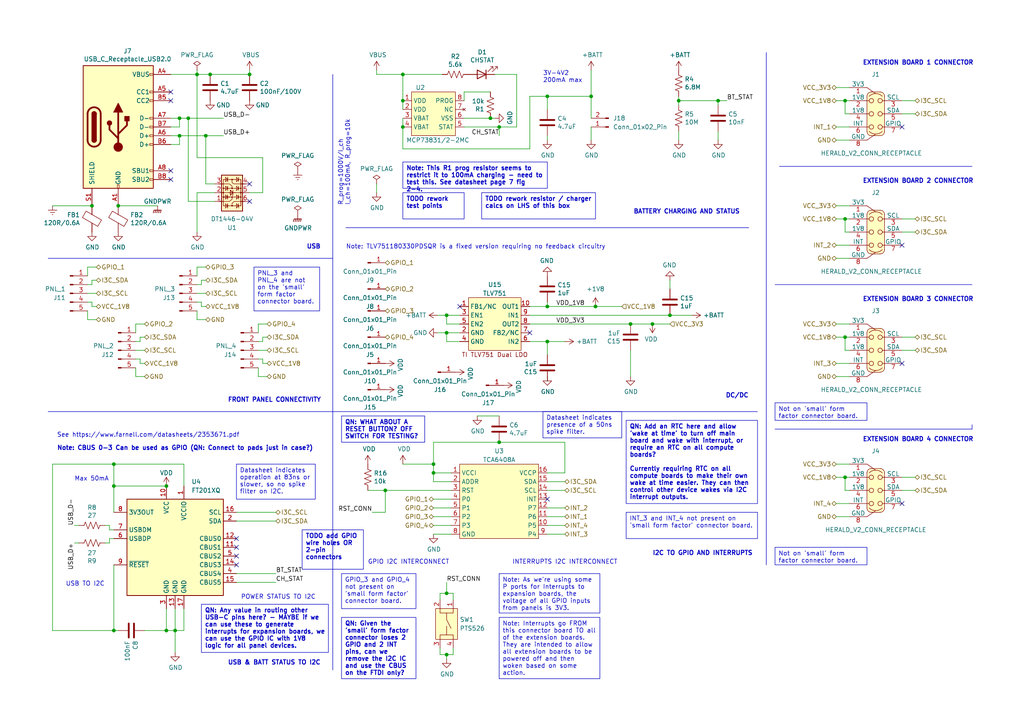
<source format=kicad_sch>
(kicad_sch (version 20230121) (generator eeschema)
  (paper "A4")
  (title_block (title "V2 Wearable Standard Connector Board") (company "The Herald Project") (comment 1 "Copyright 2021-2023 All Rights Reserved") (comment 2 "Licensed under CERN OHL-P-V2"))
  (lib_symbols
    (symbol "Connector:Conn_01x01_Pin" (pin_names (offset 1.016) hide)
      (property "Reference" "J" (at 0 2.54 0))
      (property "Value" "Conn_01x01_Pin" (at 0 -2.54 0))
      (symbol "Conn_01x01_Pin_1_1"
        (pin passive line (at 5.08 0 180) (length 3.81) (name "Pin_1") (number "1"))
      )
    )
    (symbol "Connector:Conn_01x02_Pin" (pin_names (offset 1.016) hide)
      (property "Reference" "J" (at 0 2.54 0))
      (property "Value" "Conn_01x02_Pin" (at 0 -5.08 0))
      (symbol "Conn_01x02_Pin_1_1"
        (pin passive line (at 5.08 0 180) (length 3.81) (name "Pin_1") (number "1"))
        (pin passive line (at 5.08 -2.54 180) (length 3.81) (name "Pin_2") (number "2"))
      )
    )
    (symbol "Connector:Conn_01x05_Pin" (pin_names (offset 1.016) hide)
      (property "Reference" "J" (at 0 7.62 0))
      (property "Value" "Conn_01x05_Pin" (at 0 -7.62 0))
      (symbol "Conn_01x05_Pin_1_1"
        (pin passive line (at 5.08 5.08 180) (length 3.81) (name "Pin_1") (number "1"))
        (pin passive line (at 5.08 2.54 180) (length 3.81) (name "Pin_2") (number "2"))
        (pin passive line (at 5.08 0 180) (length 3.81) (name "Pin_3") (number "3"))
        (pin passive line (at 5.08 -2.54 180) (length 3.81) (name "Pin_4") (number "4"))
        (pin passive line (at 5.08 -5.08 180) (length 3.81) (name "Pin_5") (number "5"))
      )
    )
    (symbol "Connector:USB_C_Receptacle_USB2.0" (pin_names (offset 1.016))
      (property "Reference" "J" (at -10.16 19.05 0))
      (property "Value" "USB_C_Receptacle_USB2.0" (at 19.05 19.05 0))
      (symbol "USB_C_Receptacle_USB2.0_1_1"
        (pin passive line (at 0 -22.86 90) (length 5.08) (name "GND") (number "A1"))
        (pin passive line (at 0 -22.86 90) (length 5.08) hide (name "GND") (number "A12"))
        (pin passive line (at 15.24 15.24 180) (length 5.08) (name "VBUS") (number "A4"))
        (pin bidirectional line (at 15.24 10.16 180) (length 5.08) (name "CC1") (number "A5"))
        (pin bidirectional line (at 15.24 -2.54 180) (length 5.08) (name "D+") (number "A6"))
        (pin bidirectional line (at 15.24 2.54 180) (length 5.08) (name "D-") (number "A7"))
        (pin bidirectional line (at 15.24 -12.7 180) (length 5.08) (name "SBU1") (number "A8"))
        (pin passive line (at 15.24 15.24 180) (length 5.08) hide (name "VBUS") (number "A9"))
        (pin passive line (at 0 -22.86 90) (length 5.08) hide (name "GND") (number "B1"))
        (pin passive line (at 0 -22.86 90) (length 5.08) hide (name "GND") (number "B12"))
        (pin passive line (at 15.24 15.24 180) (length 5.08) hide (name "VBUS") (number "B4"))
        (pin bidirectional line (at 15.24 7.62 180) (length 5.08) (name "CC2") (number "B5"))
        (pin bidirectional line (at 15.24 -5.08 180) (length 5.08) (name "D+") (number "B6"))
        (pin bidirectional line (at 15.24 0 180) (length 5.08) (name "D-") (number "B7"))
        (pin bidirectional line (at 15.24 -15.24 180) (length 5.08) (name "SBU2") (number "B8"))
        (pin passive line (at 15.24 15.24 180) (length 5.08) hide (name "VBUS") (number "B9"))
        (pin passive line (at -7.62 -22.86 90) (length 5.08) (name "SHIELD") (number "S1"))
      )
    )
    (symbol "Device:C" (pin_numbers hide) (pin_names (offset 0.254))
      (property "Reference" "C" (at 0.635 2.54 0))
      (property "Value" "C" (at 0.635 -2.54 0))
      (symbol "C_1_1"
        (pin passive line (at 0 3.81 270) (length 2.794) (name "~") (number "1"))
        (pin passive line (at 0 -3.81 90) (length 2.794) (name "~") (number "2"))
      )
    )
    (symbol "Device:FerriteBead" (pin_numbers hide) (pin_names (offset 0))
      (property "Reference" "FB" (at -3.81 0.635 90))
      (property "Value" "FerriteBead" (at 3.81 0 90))
      (symbol "FerriteBead_1_1"
        (pin passive line (at 0 3.81 270) (length 2.54) (name "~") (number "1"))
        (pin passive line (at 0 -3.81 90) (length 2.54) (name "~") (number "2"))
      )
    )
    (symbol "Device:LED" (pin_numbers hide) (pin_names (offset 1.016) hide)
      (property "Reference" "D" (at 0 2.54 0))
      (property "Value" "LED" (at 0 -2.54 0))
      (symbol "LED_1_1"
        (pin passive line (at -3.81 0 0) (length 2.54) (name "K") (number "1"))
        (pin passive line (at 3.81 0 180) (length 2.54) (name "A") (number "2"))
      )
    )
    (symbol "Device:R_US" (pin_numbers hide) (pin_names (offset 0))
      (property "Reference" "R" (at 2.54 0 90))
      (property "Value" "R_US" (at -2.54 0 90))
      (symbol "R_US_1_1"
        (pin passive line (at 0 3.81 270) (length 1.27) (name "~") (number "1"))
        (pin passive line (at 0 -3.81 90) (length 1.27) (name "~") (number "2"))
      )
    )
    (symbol "HERALD_V2_CONN_RECEPTACLE_1" (pin_names (offset 0))
      (property "Reference" "J" (at 0 10.16 0))
      (property "Value" "HERALD_V2_CONN_RECEPTACLE" (at -1.27 -12.7 0))
      (symbol "HERALD_V2_CONN_RECEPTACLE_1_1_1"
        (text private "Note: Signal (and 1V8 pins) are each max 0.5A, 3V3 and GND are both max 5A" (at 1.27 -24.13 0) (effects (font (size 1.27 1.27))))
        (text private "Note: You MUST join both 1V8 pins together immediately to allow greater current." (at 1.27 -20.32 0) (effects (font (size 1.27 1.27))))
        (pin power_in line (at -7.62 6.35 0) (length 5.08) (name "3V3") (number "1"))
        (pin power_in line (at -7.62 2.54 0) (length 5.08) (name "1V8") (number "2"))
        (pin passive line (at 7.62 2.54 180) (length 5.08) (name "SCL") (number "3"))
        (pin power_in line (at -7.62 -1.27 0) (length 5.08) (name "1V8") (number "4"))
        (pin bidirectional line (at 7.62 -1.27 180) (length 5.08) (name "SDA") (number "5"))
        (pin bidirectional line (at -7.62 -5.08 0) (length 5.08) (name "INT") (number "6"))
        (pin bidirectional line (at 7.62 -5.08 180) (length 5.08) (name "GPIO") (number "7"))
        (pin power_in line (at -7.62 -8.89 0) (length 5.08) (name "GND") (number "8"))
      )
    )
    (symbol "HERALD_V2_CONN_RECEPTACLE_2" (pin_names (offset 0))
      (property "Reference" "J" (at 0 10.16 0))
      (property "Value" "HERALD_V2_CONN_RECEPTACLE" (at -1.27 -12.7 0))
      (symbol "HERALD_V2_CONN_RECEPTACLE_2_1_1"
        (text private "Note: Signal (and 1V8 pins) are each max 0.5A, 3V3 and GND are both max 5A" (at 1.27 -24.13 0) (effects (font (size 1.27 1.27))))
        (text private "Note: You MUST join both 1V8 pins together immediately to allow greater current." (at 1.27 -20.32 0) (effects (font (size 1.27 1.27))))
        (pin power_in line (at -7.62 6.35 0) (length 5.08) (name "3V3") (number "1"))
        (pin power_in line (at -7.62 2.54 0) (length 5.08) (name "1V8") (number "2"))
        (pin passive line (at 7.62 2.54 180) (length 5.08) (name "SCL") (number "3"))
        (pin power_in line (at -7.62 -1.27 0) (length 5.08) (name "1V8") (number "4"))
        (pin bidirectional line (at 7.62 -1.27 180) (length 5.08) (name "SDA") (number "5"))
        (pin bidirectional line (at -7.62 -5.08 0) (length 5.08) (name "INT") (number "6"))
        (pin bidirectional line (at 7.62 -5.08 180) (length 5.08) (name "GPIO") (number "7"))
        (pin power_in line (at -7.62 -8.89 0) (length 5.08) (name "GND") (number "8"))
      )
    )
    (symbol "HERALD_V2_CONN_RECEPTACLE_3" (pin_names (offset 0))
      (property "Reference" "J" (at 0 10.16 0))
      (property "Value" "HERALD_V2_CONN_RECEPTACLE" (at -1.27 -12.7 0))
      (symbol "HERALD_V2_CONN_RECEPTACLE_3_1_1"
        (text private "Note: Signal (and 1V8 pins) are each max 0.5A, 3V3 and GND are both max 5A" (at 1.27 -24.13 0) (effects (font (size 1.27 1.27))))
        (text private "Note: You MUST join both 1V8 pins together immediately to allow greater current." (at 1.27 -20.32 0) (effects (font (size 1.27 1.27))))
        (pin power_in line (at -7.62 6.35 0) (length 5.08) (name "3V3") (number "1"))
        (pin power_in line (at -7.62 2.54 0) (length 5.08) (name "1V8") (number "2"))
        (pin passive line (at 7.62 2.54 180) (length 5.08) (name "SCL") (number "3"))
        (pin power_in line (at -7.62 -1.27 0) (length 5.08) (name "1V8") (number "4"))
        (pin bidirectional line (at 7.62 -1.27 180) (length 5.08) (name "SDA") (number "5"))
        (pin bidirectional line (at -7.62 -5.08 0) (length 5.08) (name "INT") (number "6"))
        (pin bidirectional line (at 7.62 -5.08 180) (length 5.08) (name "GPIO") (number "7"))
        (pin power_in line (at -7.62 -8.89 0) (length 5.08) (name "GND") (number "8"))
      )
    )
    (symbol "Herald:TLV751"
      (property "Reference" "U" (at -8.89 8.89 0))
      (symbol "TLV751_1_1"
        (text "TI TLV751 Dual LDO" (at 0 -8.89 0) (effects (font (size 1.27 1.27))))
        (pin input line (at -10.16 5.08 0) (length 2.54) (name "FB1/NC") (number "1"))
        (pin power_out line (at 10.16 5.08 180) (length 2.54) (name "OUT1") (number "10"))
        (pin power_in line (at -10.16 -2.54 0) (length 2.54) (name "GND") (number "2"))
        (pin input line (at -10.16 2.54 0) (length 2.54) (name "EN1") (number "3"))
        (pin power_in line (at -10.16 -5.08 0) (length 2.54) (name "GND") (number "4"))
        (pin input line (at -10.16 0 0) (length 2.54) (name "EN2") (number "5"))
        (pin power_in line (at 10.16 -5.08 180) (length 2.54) (name "IN2") (number "6"))
        (pin input line (at 10.16 -2.54 180) (length 2.54) (name "FB2/NC") (number "7"))
        (pin power_out line (at 10.16 0 180) (length 2.54) (name "OUT2") (number "8"))
        (pin power_in line (at 10.16 2.54 180) (length 2.54) (name "IN1") (number "9"))
      )
    )
    (symbol "Herald_Extras:HERALD_V2_CONN_RECEPTACLE" (pin_names (offset 0))
      (property "Reference" "J" (at 0 10.16 0))
      (property "Value" "HERALD_V2_CONN_RECEPTACLE" (at -1.27 -12.7 0))
      (symbol "HERALD_V2_CONN_RECEPTACLE_1_1"
        (text private "Note: Signal (and 1V8 pins) are each max 0.5A, 3V3 and GND are both max 5A" (at 1.27 -24.13 0) (effects (font (size 1.27 1.27))))
        (text private "Note: You MUST join both 1V8 pins together immediately to allow greater current." (at 1.27 -20.32 0) (effects (font (size 1.27 1.27))))
        (pin power_in line (at -7.62 6.35 0) (length 5.08) (name "3V3") (number "1"))
        (pin power_in line (at -7.62 2.54 0) (length 5.08) (name "1V8") (number "2"))
        (pin passive line (at 7.62 2.54 180) (length 5.08) (name "SCL") (number "3"))
        (pin power_in line (at -7.62 -1.27 0) (length 5.08) (name "1V8") (number "4"))
        (pin bidirectional line (at 7.62 -1.27 180) (length 5.08) (name "SDA") (number "5"))
        (pin bidirectional line (at -7.62 -5.08 0) (length 5.08) (name "INT") (number "6"))
        (pin bidirectional line (at 7.62 -5.08 180) (length 5.08) (name "GPIO") (number "7"))
        (pin power_in line (at -7.62 -8.89 0) (length 5.08) (name "GND") (number "8"))
      )
    )
    (symbol "Herald_Extras:MCP73831/2-2MC"
      (property "Reference" "U" (at 0 12.7 0))
      (property "Value" "MCP73831/2-2MC" (at 0 10.16 0))
      (symbol "MCP73831/2-2MC_1_1"
        (pin power_in line (at -8.89 6.35 0) (length 2.54) (name "VDD") (number "1"))
        (pin power_in line (at -8.89 3.81 0) (length 2.54) (name "VDD") (number "2"))
        (pin power_out line (at -8.89 1.27 0) (length 2.54) (name "VBAT") (number "3"))
        (pin passive line (at -8.89 -1.27 0) (length 2.54) (name "VBAT") (number "4"))
        (pin output line (at 8.89 -1.27 180) (length 2.54) (name "STAT") (number "5"))
        (pin passive line (at 8.89 1.27 180) (length 2.54) (name "VSS") (number "6"))
        (pin no_connect line (at 8.89 3.81 180) (length 2.54) (name "NC") (number "7"))
        (pin input line (at 8.89 6.35 180) (length 2.54) (name "PROG") (number "8"))
      )
    )
    (symbol "Herald_Extras:SPST_NO_RESET" (pin_names hide)
      (property "Reference" "SW" (at 0 4.445 0))
      (property "Value" "PTS526" (at 0 -4.445 0))
      (symbol "SPST_NO_RESET_1_1"
        (pin bidirectional line (at -6.985 1.905 0) (length 2.54) (name "1") (number "1"))
        (pin bidirectional line (at -6.985 -1.905 0) (length 2.54) (name "2") (number "2"))
        (pin bidirectional line (at 6.985 -1.905 180) (length 2.54) (name "3") (number "3"))
        (pin bidirectional line (at 6.985 1.905 180) (length 2.54) (name "4") (number "4"))
      )
    )
    (symbol "Herald_Extras:TCA6408A"
      (property "Reference" "U" (at 0 15.24 0))
      (property "Value" "TCA6408A" (at 0 12.7 0))
      (symbol "TCA6408A_1_1"
        (pin power_in line (at -13.97 8.89 0) (length 2.54) (name "VCCI") (number "1"))
        (pin bidirectional line (at 13.97 -6.35 180) (length 2.54) (name "P5") (number "10"))
        (pin bidirectional line (at 13.97 -3.81 180) (length 2.54) (name "P6") (number "11"))
        (pin bidirectional line (at 13.97 -1.27 180) (length 2.54) (name "P7") (number "12"))
        (pin bidirectional line (at 13.97 1.27 180) (length 2.54) (name "INT") (number "13"))
        (pin bidirectional line (at 13.97 3.81 180) (length 2.54) (name "SCL") (number "14"))
        (pin bidirectional line (at 13.97 6.35 180) (length 2.54) (name "SDA") (number "15"))
        (pin power_in line (at 13.97 8.89 180) (length 2.54) (name "VCCP") (number "16"))
        (pin input line (at -13.97 6.35 0) (length 2.54) (name "ADDR") (number "2"))
        (pin bidirectional line (at -13.97 3.81 0) (length 2.54) (name "RST") (number "3"))
        (pin bidirectional line (at -13.97 1.27 0) (length 2.54) (name "P0") (number "4"))
        (pin bidirectional line (at -13.97 -1.27 0) (length 2.54) (name "P1") (number "5"))
        (pin bidirectional line (at -13.97 -3.81 0) (length 2.54) (name "P2") (number "6"))
        (pin bidirectional line (at -13.97 -6.35 0) (length 2.54) (name "P3") (number "7"))
        (pin power_in line (at -13.97 -8.89 0) (length 2.54) (name "GND") (number "8"))
        (pin bidirectional line (at 13.97 -8.89 180) (length 2.54) (name "P4") (number "9"))
      )
    )
    (symbol "Herald_Extras:TVS4-563"
      (property "Reference" "U" (at -6.985 -2.54 0))
      (property "Value" "TVS4-563" (at 6.35 1.27 90))
      (symbol "TVS4-563_1_1"
        (pin passive line (at -2.54 -5.08 90) (length 2.54) (name "~") (number "1"))
        (pin passive line (at 0 -5.08 90) (length 2.54) (name "~") (number "2"))
        (pin passive line (at 2.54 -5.08 90) (length 2.54) (name "~") (number "3"))
        (pin passive line (at 2.54 5.08 270) (length 2.54) (name "~") (number "4"))
        (pin passive line (at 0 5.08 270) (length 2.54) (name "~") (number "5"))
        (pin passive line (at -2.54 5.08 270) (length 2.54) (name "~") (number "6"))
      )
    )
    (symbol "Interface_USB:FT201XQ"
      (property "Reference" "U4" (at 4.7341 19.05 0))
      (property "Value" "FT201XQ" (at 4.7341 16.51 0))
      (symbol "FT201XQ_1_1"
        (pin power_in line (at 2.54 17.78 270) (length 3.81) (name "VCCIO") (number "1"))
        (pin power_in line (at -2.54 17.78 270) (length 3.81) (name "VCC") (number "10"))
        (pin bidirectional line (at 17.78 0 180) (length 3.81) (name "CBUS1") (number "11"))
        (pin bidirectional line (at 17.78 2.54 180) (length 3.81) (name "CBUS0") (number "12"))
        (pin power_in line (at 0 -17.78 90) (length 3.81) (name "GND") (number "13"))
        (pin bidirectional line (at 17.78 -5.08 180) (length 3.81) (name "CBUS3") (number "14"))
        (pin bidirectional line (at 17.78 -10.16 180) (length 3.81) (name "CBUS5") (number "15"))
        (pin input line (at 17.78 10.16 180) (length 3.81) (name "SCL") (number "16"))
        (pin power_in line (at 2.54 -17.78 90) (length 3.81) (name "GND") (number "17"))
        (pin bidirectional line (at 17.78 7.62 180) (length 3.81) (name "SDA") (number "2"))
        (pin power_in line (at -2.54 -17.78 90) (length 3.81) (name "GND") (number "3"))
        (pin bidirectional line (at 17.78 -7.62 180) (length 3.81) (name "CBUS4") (number "4"))
        (pin bidirectional line (at 17.78 -2.54 180) (length 3.81) (name "CBUS2") (number "5"))
        (pin bidirectional line (at -17.78 2.54 0) (length 3.81) (name "USBDP") (number "6"))
        (pin bidirectional line (at -17.78 5.08 0) (length 3.81) (name "USBDM") (number "7"))
        (pin passive line (at -17.78 10.16 0) (length 3.81) (name "3V3OUT") (number "8"))
        (pin input line (at -17.78 -5.08 0) (length 3.81) (name "~{RESET}") (number "9"))
      )
    )
    (symbol "power:+1V8" (power) (pin_names (offset 0))
      (property "Value" "+1V8" (at 0 3.556 0))
      (symbol "+1V8_1_1"
        (pin power_in line (at 0 0 90) (length 0) hide (name "+1V8") (number "1"))
      )
    )
    (symbol "power:+BATT" (power) (pin_names (offset 0))
      (property "Value" "+BATT" (at 0 3.556 0))
      (symbol "+BATT_1_1"
        (pin power_in line (at 0 0 90) (length 0) hide (name "+BATT") (number "1"))
      )
    )
    (symbol "power:Earth" (power) (pin_names (offset 0))
      (symbol "Earth_1_1"
        (pin power_in line (at 0 0 270) (length 0) hide (name "Earth") (number "1"))
      )
    )
    (symbol "power:GND" (power) (pin_names (offset 0))
      (property "Value" "GND" (at 0 -3.81 0))
      (symbol "GND_1_1"
        (pin power_in line (at 0 0 270) (length 0) hide (name "GND") (number "1"))
      )
    )
    (symbol "power:GNDPWR" (power) (pin_names (offset 0))
      (property "Value" "GNDPWR" (at 0 -3.302 0))
      (symbol "GNDPWR_1_1"
        (pin power_in line (at 0 0 270) (length 0) hide (name "GNDPWR") (number "1"))
      )
    )
    (symbol "power:PWR_FLAG" (power) (pin_numbers hide) (pin_names (offset 0) hide)
      (property "Value" "PWR_FLAG" (at 0 3.81 0))
      (symbol "PWR_FLAG_0_0"
        (pin power_out line (at 0 0 90) (length 0) (name "pwr") (number "1"))
      )
    )
    (symbol "power:VBUS" (power) (pin_names (offset 0))
      (property "Value" "VBUS" (at 0 3.81 0))
      (symbol "VBUS_1_1"
        (pin power_in line (at 0 0 90) (length 0) hide (name "VBUS") (number "1"))
      )
    )
    (symbol "power:VDD" (power) (pin_names (offset 0))
      (property "Value" "VDD" (at 0 3.81 0))
      (symbol "VDD_1_1"
        (pin power_in line (at 0 0 90) (length 0) hide (name "VDD") (number "1"))
      )
    )
  )
  (junction (at 142.24 34.29))
  (junction (at 172.72 88.9))
  (junction (at 33.02 140.97))
  (junction (at 158.75 88.9))
  (junction (at 52.07 39.37))
  (junction (at 129.54 172.085))
  (junction (at 182.88 93.98))
  (junction (at 125.73 137.16))
  (junction (at 158.75 27.94))
  (junction (at 52.07 34.29))
  (junction (at 59.69 39.37))
  (junction (at 54.61 34.29))
  (junction (at 144.78 36.83))
  (junction (at 34.29 59.69))
  (junction (at 116.84 36.83))
  (junction (at 129.54 189.865))
  (junction (at 245.11 97.79))
  (junction (at 208.28 29.21))
  (junction (at 111.76 142.24))
  (junction (at 129.54 96.52))
  (junction (at 245.11 63.5))
  (junction (at 50.8 182.88))
  (junction (at 33.02 134.62))
  (junction (at 171.45 27.94))
  (junction (at 116.84 29.21))
  (junction (at 57.15 21.59))
  (junction (at 116.84 21.59))
  (junction (at 189.23 93.98))
  (junction (at 158.75 99.06))
  (junction (at 129.54 91.44))
  (junction (at 48.26 140.97))
  (junction (at 194.31 91.44))
  (junction (at 125.73 134.62))
  (junction (at 196.85 29.21))
  (junction (at 33.02 182.88))
  (junction (at 245.11 138.43))
  (junction (at 144.78 128.27))
  (junction (at 72.39 21.59))
  (junction (at 48.26 182.88))
  (junction (at 245.11 29.21))
  (junction (at 60.96 21.59))
  (junction (at 26.67 59.69))
  (no_connect (at 261.62 146.05))
  (no_connect (at 68.58 163.83))
  (no_connect (at 261.62 71.12))
  (no_connect (at 49.53 26.67))
  (no_connect (at 68.58 158.75))
  (no_connect (at 49.53 29.21))
  (no_connect (at 49.53 49.53))
  (no_connect (at 49.53 52.07))
  (no_connect (at 261.62 36.83))
  (no_connect (at 261.62 105.41))
  (no_connect (at 68.58 161.29))
  (no_connect (at 153.67 96.52))
  (no_connect (at 158.75 144.78))
  (no_connect (at 72.39 58.42))
  (no_connect (at 68.58 156.21))
  (no_connect (at 72.39 53.34))
  (no_connect (at 133.35 88.9))
  (wire (pts (xy 26.67 88.9) (xy 26.67 87.63)))
  (wire (pts (xy 33.02 163.83) (xy 33.02 182.88)))
  (wire (pts (xy 261.62 67.31) (xy 265.43 67.31)))
  (wire (pts (xy 129.54 189.865) (xy 131.445 189.865)))
  (wire (pts (xy 116.84 36.83) (xy 116.84 43.18)))
  (wire (pts (xy 39.37 109.22) (xy 39.37 106.68)))
  (wire (pts (xy 127.635 173.99) (xy 127.635 172.085)))
  (wire (pts (xy 41.91 182.88) (xy 48.26 182.88)))
  (wire (pts (xy 54.61 34.29) (xy 54.61 58.42)))
  (wire (pts (xy 50.8 182.88) (xy 48.26 182.88)))
  (wire (pts (xy 52.07 34.29) (xy 49.53 34.29)))
  (wire (pts (xy 245.11 29.21) (xy 246.38 29.21)))
  (wire (pts (xy 27.94 88.9) (xy 26.67 88.9)))
  (wire (pts (xy 116.84 21.59) (xy 128.27 21.59)))
  (wire (pts (xy 116.84 21.59) (xy 109.22 21.59)))
  (wire (pts (xy 261.62 97.79) (xy 265.43 97.79)))
  (wire (pts (xy 116.84 29.21) (xy 116.84 31.75)))
  (wire (pts (xy 245.11 63.5) (xy 245.11 67.31)))
  (wire (pts (xy 49.53 21.59) (xy 57.15 21.59)))
  (wire (pts (xy 68.58 168.91) (xy 80.01 168.91)))
  (polyline (pts (xy 222.25 15.24) (xy 222.25 163.83)))
  (wire (pts (xy 33.02 140.97) (xy 48.26 140.97)))
  (wire (pts (xy 57.15 20.32) (xy 57.15 21.59)))
  (wire (pts (xy 163.83 137.16) (xy 163.83 128.27)))
  (polyline (pts (xy 100.33 66.04) (xy 217.17 66.04)))
  (wire (pts (xy 158.75 149.86) (xy 163.83 149.86)))
  (wire (pts (xy 27.94 92.71) (xy 25.4 92.71)))
  (wire (pts (xy 158.75 154.94) (xy 163.83 154.94)))
  (wire (pts (xy 33.02 153.67) (xy 31.75 153.67)))
  (wire (pts (xy 57.15 87.63) (xy 58.42 87.63)))
  (wire (pts (xy 246.38 33.02) (xy 245.11 33.02)))
  (wire (pts (xy 49.53 41.91) (xy 52.07 41.91)))
  (wire (pts (xy 50.8 176.53) (xy 50.8 182.88)))
  (wire (pts (xy 125.73 128.27) (xy 144.78 128.27)))
  (wire (pts (xy 182.88 93.98) (xy 189.23 93.98)))
  (wire (pts (xy 134.62 26.67) (xy 142.24 26.67)))
  (wire (pts (xy 129.54 168.91) (xy 129.54 172.085)))
  (wire (pts (xy 245.11 97.79) (xy 246.38 97.79)))
  (wire (pts (xy 158.75 99.06) (xy 163.83 99.06)))
  (wire (pts (xy 196.85 27.94) (xy 196.85 29.21)))
  (wire (pts (xy 158.75 27.94) (xy 171.45 27.94)))
  (wire (pts (xy 15.24 59.69) (xy 26.67 59.69)))
  (wire (pts (xy 127 91.44) (xy 129.54 91.44)))
  (wire (pts (xy 125.73 137.16) (xy 130.81 137.16)))
  (wire (pts (xy 48.26 176.53) (xy 48.26 182.88)))
  (wire (pts (xy 30.48 157.48) (xy 31.75 157.48)))
  (wire (pts (xy 127.635 189.865) (xy 129.54 189.865)))
  (wire (pts (xy 27.94 81.28) (xy 26.67 81.28)))
  (wire (pts (xy 54.61 34.29) (xy 64.77 34.29)))
  (wire (pts (xy 158.75 147.32) (xy 163.83 147.32)))
  (wire (pts (xy 129.54 99.06) (xy 129.54 96.52)))
  (wire (pts (xy 149.86 21.59) (xy 143.51 21.59)))
  (wire (pts (xy 77.47 109.22) (xy 74.93 109.22)))
  (wire (pts (xy 52.07 39.37) (xy 59.69 39.37)))
  (wire (pts (xy 59.69 77.47) (xy 57.15 77.47)))
  (wire (pts (xy 131.445 173.99) (xy 131.445 172.085)))
  (wire (pts (xy 54.61 34.29) (xy 52.07 34.29)))
  (wire (pts (xy 242.57 63.5) (xy 245.11 63.5)))
  (wire (pts (xy 116.84 134.62) (xy 125.73 134.62)))
  (wire (pts (xy 59.69 88.9) (xy 58.42 88.9)))
  (wire (pts (xy 134.62 29.21) (xy 134.62 26.67)))
  (wire (pts (xy 74.93 101.6) (xy 77.47 101.6)))
  (wire (pts (xy 40.64 105.41) (xy 40.64 104.14)))
  (wire (pts (xy 39.37 99.06) (xy 40.64 99.06)))
  (wire (pts (xy 171.45 27.94) (xy 171.45 34.29)))
  (wire (pts (xy 62.23 58.42) (xy 54.61 58.42)))
  (polyline (pts (xy 96.52 119.38) (xy 96.52 194.31)))
  (wire (pts (xy 59.69 92.71) (xy 57.15 92.71)))
  (wire (pts (xy 138.43 120.65) (xy 144.78 120.65)))
  (wire (pts (xy 261.62 33.02) (xy 265.43 33.02)))
  (wire (pts (xy 182.88 101.6) (xy 182.88 109.22)))
  (wire (pts (xy 245.11 138.43) (xy 246.38 138.43)))
  (wire (pts (xy 57.15 92.71) (xy 57.15 90.17)))
  (wire (pts (xy 39.37 93.98) (xy 39.37 96.52)))
  (wire (pts (xy 76.2 97.79) (xy 76.2 99.06)))
  (wire (pts (xy 125.73 147.32) (xy 130.81 147.32)))
  (wire (pts (xy 129.54 93.98) (xy 129.54 91.44)))
  (wire (pts (xy 158.75 27.94) (xy 158.75 31.75)))
  (wire (pts (xy 189.23 93.98) (xy 194.31 93.98)))
  (wire (pts (xy 208.28 38.1) (xy 208.28 40.64)))
  (wire (pts (xy 25.4 85.09) (xy 27.94 85.09)))
  (wire (pts (xy 109.22 20.32) (xy 109.22 21.59)))
  (wire (pts (xy 40.64 97.79) (xy 40.64 99.06)))
  (wire (pts (xy 242.57 29.21) (xy 245.11 29.21)))
  (wire (pts (xy 31.75 156.21) (xy 31.75 157.48)))
  (wire (pts (xy 245.11 29.21) (xy 245.11 33.02)))
  (wire (pts (xy 31.75 153.67) (xy 31.75 152.4)))
  (wire (pts (xy 246.38 101.6) (xy 245.11 101.6)))
  (polyline (pts (xy 224.79 82.55) (xy 281.94 82.55)))
  (wire (pts (xy 39.37 104.14) (xy 40.64 104.14)))
  (wire (pts (xy 129.54 172.085) (xy 131.445 172.085)))
  (wire (pts (xy 134.62 34.29) (xy 142.24 34.29)))
  (wire (pts (xy 33.02 182.88) (xy 34.29 182.88)))
  (wire (pts (xy 158.75 88.9) (xy 172.72 88.9)))
  (wire (pts (xy 158.75 142.24) (xy 163.83 142.24)))
  (wire (pts (xy 158.75 137.16) (xy 163.83 137.16)))
  (wire (pts (xy 125.73 139.7) (xy 125.73 137.16)))
  (wire (pts (xy 242.57 40.64) (xy 246.38 40.64)))
  (wire (pts (xy 127.635 187.96) (xy 127.635 189.865)))
  (wire (pts (xy 158.75 99.06) (xy 158.75 102.87)))
  (wire (pts (xy 64.77 39.37) (xy 59.69 39.37)))
  (wire (pts (xy 163.83 128.27) (xy 144.78 128.27)))
  (wire (pts (xy 25.4 87.63) (xy 26.67 87.63)))
  (wire (pts (xy 74.93 109.22) (xy 74.93 106.68)))
  (wire (pts (xy 245.11 97.79) (xy 245.11 101.6)))
  (polyline (pts (xy 13.97 74.93) (xy 96.52 74.93)))
  (wire (pts (xy 242.57 134.62) (xy 246.38 134.62)))
  (wire (pts (xy 21.59 152.4) (xy 22.86 152.4)))
  (wire (pts (xy 116.84 21.59) (xy 116.84 29.21)))
  (wire (pts (xy 133.35 93.98) (xy 129.54 93.98)))
  (wire (pts (xy 242.57 74.93) (xy 246.38 74.93)))
  (wire (pts (xy 144.78 39.37) (xy 144.78 36.83)))
  (polyline (pts (xy 226.06 48.26) (xy 281.94 48.26)))
  (wire (pts (xy 57.15 77.47) (xy 57.15 80.01)))
  (wire (pts (xy 196.85 29.21) (xy 208.28 29.21)))
  (wire (pts (xy 129.54 189.865) (xy 129.54 191.135)))
  (wire (pts (xy 111.76 148.59) (xy 111.76 142.24)))
  (wire (pts (xy 158.75 139.7) (xy 163.83 139.7)))
  (wire (pts (xy 106.68 142.24) (xy 111.76 142.24)))
  (wire (pts (xy 133.35 99.06) (xy 129.54 99.06)))
  (wire (pts (xy 60.96 21.59) (xy 72.39 21.59)))
  (wire (pts (xy 153.67 99.06) (xy 158.75 99.06)))
  (wire (pts (xy 33.02 134.62) (xy 53.34 134.62)))
  (wire (pts (xy 242.57 93.98) (xy 246.38 93.98)))
  (wire (pts (xy 33.02 148.59) (xy 33.02 140.97)))
  (polyline (pts (xy 96.52 119.38) (xy 219.71 119.38)))
  (wire (pts (xy 53.34 176.53) (xy 53.34 182.88)))
  (wire (pts (xy 41.91 93.98) (xy 39.37 93.98)))
  (wire (pts (xy 129.54 91.44) (xy 133.35 91.44)))
  (wire (pts (xy 242.57 105.41) (xy 246.38 105.41)))
  (wire (pts (xy 143.51 34.29) (xy 142.24 34.29)))
  (wire (pts (xy 144.78 36.83) (xy 149.86 36.83)))
  (wire (pts (xy 57.15 21.59) (xy 60.96 21.59)))
  (wire (pts (xy 125.73 154.94) (xy 130.81 154.94)))
  (wire (pts (xy 39.37 101.6) (xy 41.91 101.6)))
  (wire (pts (xy 74.93 93.98) (xy 74.93 96.52)))
  (wire (pts (xy 41.91 105.41) (xy 40.64 105.41)))
  (wire (pts (xy 25.4 92.71) (xy 25.4 90.17)))
  (wire (pts (xy 15.24 134.62) (xy 15.24 182.88)))
  (polyline (pts (xy 13.97 119.38) (xy 96.52 119.38)))
  (wire (pts (xy 68.58 148.59) (xy 80.01 148.59)))
  (wire (pts (xy 131.445 187.96) (xy 131.445 189.865)))
  (wire (pts (xy 57.15 85.09) (xy 59.69 85.09)))
  (wire (pts (xy 58.42 88.9) (xy 58.42 87.63)))
  (wire (pts (xy 242.57 109.22) (xy 246.38 109.22)))
  (wire (pts (xy 129.54 96.52) (xy 133.35 96.52)))
  (wire (pts (xy 158.75 27.94) (xy 153.67 27.94)))
  (wire (pts (xy 261.62 138.43) (xy 265.43 138.43)))
  (wire (pts (xy 246.38 142.24) (xy 245.11 142.24)))
  (wire (pts (xy 242.57 71.12) (xy 246.38 71.12)))
  (wire (pts (xy 57.15 55.88) (xy 57.15 67.31)))
  (wire (pts (xy 15.24 182.88) (xy 33.02 182.88)))
  (wire (pts (xy 77.47 105.41) (xy 76.2 105.41)))
  (wire (pts (xy 242.57 97.79) (xy 245.11 97.79)))
  (wire (pts (xy 153.67 43.18) (xy 116.84 43.18)))
  (wire (pts (xy 194.31 91.44) (xy 200.66 91.44)))
  (wire (pts (xy 134.62 36.83) (xy 144.78 36.83)))
  (wire (pts (xy 62.23 55.88) (xy 57.15 55.88)))
  (wire (pts (xy 194.31 81.28) (xy 194.31 83.82)))
  (wire (pts (xy 158.75 109.22) (xy 158.75 110.49)))
  (wire (pts (xy 242.57 25.4) (xy 246.38 25.4)))
  (wire (pts (xy 125.73 128.27) (xy 125.73 134.62)))
  (wire (pts (xy 153.67 27.94) (xy 153.67 43.18)))
  (wire (pts (xy 76.2 55.88) (xy 72.39 55.88)))
  (wire (pts (xy 49.53 36.83) (xy 52.07 36.83)))
  (wire (pts (xy 21.59 157.48) (xy 22.86 157.48)))
  (wire (pts (xy 130.81 139.7) (xy 125.73 139.7)))
  (wire (pts (xy 242.57 146.05) (xy 246.38 146.05)))
  (wire (pts (xy 107.95 148.59) (xy 111.76 148.59)))
  (wire (pts (xy 125.73 149.86) (xy 130.81 149.86)))
  (wire (pts (xy 77.47 93.98) (xy 74.93 93.98)))
  (wire (pts (xy 72.39 20.32) (xy 72.39 21.59)))
  (wire (pts (xy 33.02 134.62) (xy 33.02 140.97)))
  (wire (pts (xy 196.85 40.64) (xy 196.85 38.1)))
  (wire (pts (xy 27.94 77.47) (xy 25.4 77.47)))
  (wire (pts (xy 127 96.52) (xy 129.54 96.52)))
  (wire (pts (xy 26.67 81.28) (xy 26.67 82.55)))
  (wire (pts (xy 25.4 77.47) (xy 25.4 80.01)))
  (wire (pts (xy 116.84 34.29) (xy 116.84 36.83)))
  (wire (pts (xy 125.73 152.4) (xy 130.81 152.4)))
  (wire (pts (xy 153.67 93.98) (xy 182.88 93.98)))
  (wire (pts (xy 153.67 88.9) (xy 158.75 88.9)))
  (wire (pts (xy 41.91 109.22) (xy 39.37 109.22)))
  (wire (pts (xy 57.15 21.59) (xy 57.15 45.72)))
  (wire (pts (xy 68.58 151.13) (xy 80.01 151.13)))
  (wire (pts (xy 245.11 138.43) (xy 245.11 142.24)))
  (wire (pts (xy 50.8 182.88) (xy 50.8 189.23)))
  (wire (pts (xy 76.2 45.72) (xy 76.2 55.88)))
  (wire (pts (xy 74.93 104.14) (xy 76.2 104.14)))
  (wire (pts (xy 172.72 88.9) (xy 180.34 88.9)))
  (wire (pts (xy 261.62 101.6) (xy 265.43 101.6)))
  (wire (pts (xy 158.75 152.4) (xy 163.83 152.4)))
  (wire (pts (xy 245.11 63.5) (xy 246.38 63.5)))
  (wire (pts (xy 68.58 166.37) (xy 80.01 166.37)))
  (wire (pts (xy 149.86 21.59) (xy 149.86 36.83)))
  (wire (pts (xy 210.82 29.21) (xy 208.28 29.21)))
  (wire (pts (xy 246.38 67.31) (xy 245.11 67.31)))
  (wire (pts (xy 242.57 36.83) (xy 246.38 36.83)))
  (wire (pts (xy 59.69 39.37) (xy 59.69 53.34)))
  (wire (pts (xy 158.75 39.37) (xy 158.75 40.64)))
  (wire (pts (xy 58.42 81.28) (xy 58.42 82.55)))
  (wire (pts (xy 53.34 182.88) (xy 50.8 182.88)))
  (wire (pts (xy 125.73 144.78) (xy 130.81 144.78)))
  (wire (pts (xy 208.28 29.21) (xy 208.28 30.48)))
  (wire (pts (xy 125.73 134.62) (xy 125.73 137.16)))
  (wire (pts (xy 33.02 156.21) (xy 31.75 156.21)))
  (wire (pts (xy 15.24 134.62) (xy 33.02 134.62)))
  (wire (pts (xy 261.62 29.21) (xy 265.43 29.21)))
  (wire (pts (xy 52.07 39.37) (xy 49.53 39.37)))
  (wire (pts (xy 158.75 87.63) (xy 158.75 88.9)))
  (wire (pts (xy 171.45 36.83) (xy 171.45 40.64)))
  (wire (pts (xy 41.91 97.79) (xy 40.64 97.79)))
  (wire (pts (xy 30.48 152.4) (xy 31.75 152.4)))
  (wire (pts (xy 153.67 91.44) (xy 194.31 91.44)))
  (wire (pts (xy 261.62 142.24) (xy 265.43 142.24)))
  (polyline (pts (xy 281.94 124.46) (xy 281.94 123.19)))
  (wire (pts (xy 57.15 82.55) (xy 58.42 82.55)))
  (wire (pts (xy 52.07 41.91) (xy 52.07 39.37)))
  (wire (pts (xy 53.34 140.97) (xy 53.34 134.62)))
  (wire (pts (xy 109.22 53.34) (xy 109.22 55.88)))
  (wire (pts (xy 242.57 138.43) (xy 245.11 138.43)))
  (wire (pts (xy 76.2 105.41) (xy 76.2 104.14)))
  (wire (pts (xy 59.69 53.34) (xy 62.23 53.34)))
  (wire (pts (xy 261.62 63.5) (xy 265.43 63.5)))
  (wire (pts (xy 25.4 82.55) (xy 26.67 82.55)))
  (polyline (pts (xy 224.79 124.46) (xy 281.94 124.46)))
  (wire (pts (xy 74.93 99.06) (xy 76.2 99.06)))
  (wire (pts (xy 171.45 20.32) (xy 171.45 27.94)))
  (wire (pts (xy 242.57 149.86) (xy 246.38 149.86)))
  (wire (pts (xy 57.15 45.72) (xy 76.2 45.72)))
  (wire (pts (xy 196.85 29.21) (xy 196.85 30.48)))
  (wire (pts (xy 52.07 36.83) (xy 52.07 34.29)))
  (wire (pts (xy 111.76 142.24) (xy 130.81 142.24)))
  (wire (pts (xy 59.69 81.28) (xy 58.42 81.28)))
  (wire (pts (xy 242.57 59.69) (xy 246.38 59.69)))
  (wire (pts (xy 77.47 97.79) (xy 76.2 97.79)))
  (polyline (pts (xy 96.52 119.38) (xy 96.52 21.59)))
  (wire (pts (xy 45.72 59.69) (xy 34.29 59.69)))
  (wire (pts (xy 127.635 172.085) (xy 129.54 172.085)))
  (text_box "QN: Given the 'small' form factor connector loses 2 GPIO and 2 INT pins, can we remove the I2C IC and use the CBUS on the FTDI only?" (at 99.06 179.07 0) (size 21.59 17.78) (effects (font (size 1.27 1.27) (thickness 0.254) bold) (justify left top)))
  (text_box "Note: Interrupts go FROM this connector board TO all of the extension boards. They are intended to allow all extension boards to be powered off and then woken based on some action." (at 144.78 179.07 0) (size 29.21 17.78) (effects (font (size 1.27 1.27)) (justify left top)))
  (text_box "Not on 'small' form factor connector board." (at 224.79 158.75 0) (size 26.67 5.08) (effects (font (size 1.27 1.27)) (justify left top)))
  (text_box "Datasheet indicates operation at 83ns or slower, so no spike filter on I2C." (at 68.58 134.62 0) (size 22.86 10.16) (effects (font (size 1.27 1.27)) (justify left top)))
  (text_box "QN: Any value in routing other USB-C pins here? - MAYBE if we can use these to generate interrupts for expansion boards, we can use the GPIO IC with 1V8 logic for all panel devices." (at 58.42 175.26 0) (size 36.83 13.97) (effects (font (size 1.27 1.27) bold) (justify left top)))
  (text_box "TODO rework test points" (at 116.84 55.88 0) (size 17.78 7.62) (effects (font (size 1.27 1.27) bold) (justify left top)))
  (text_box "GPIO_3 and GPIO_4 not present on 'small form factor' connector board." (at 99.06 166.37 0) (size 21.59 10.16) (effects (font (size 1.27 1.27)) (justify left top)))
  (text_box "QN: Add an RTC here and allow 'wake at time' to turn off main board and wake with interrupt, or require an RTC on all compute boards?\n\nCurrently requiring RTC on all compute boards to make their own wake at time easier. They can then control other device wakes via I2C interrupt outputs." (at 181.61 121.92 0) (size 38.1 24.13) (effects (font (size 1.27 1.27) (thickness 0.254) bold) (justify left top)))
  (text_box "PNL_3 and PNL_4 are not on the 'small' form factor connector board." (at 73.66 77.47 0) (size 19.05 12.7) (effects (font (size 1.27 1.27)) (justify left top)))
  (text_box "Not on 'small' form factor connector board." (at 224.79 116.84 0) (size 26.67 5.08) (effects (font (size 1.27 1.27)) (justify left top)))
  (text_box "TODO add GPIO wire holes OR 2-pin connectors" (at 87.63 153.67 0) (size 17.78 11.43) (effects (font (size 1.27 1.27) bold) (justify left top)))
  (text_box "Note: This R1 prog resistor seems to restrict it to 100mA charging - need to test this. See datasheet page 7 fig 2-4." (at 116.84 46.99 0) (size 41.91 7.62) (effects (font (size 1.27 1.27) bold) (justify left top)))
  (text_box "Note: As we're using some P ports for Interrupts to expansion boards, the voltage of all GPIO inputs from panels is 3V3." (at 144.78 166.37 0) (size 29.21 11.43) (effects (font (size 1.27 1.27)) (justify left top)))
  (text_box "QN: WHAT ABOUT A RESET BUTTON? OFF SWITCH FOR TESTING?" (at 99.06 120.65 0) (size 24.13 7.62) (effects (font (size 1.27 1.27) bold) (justify left top)))
  (text_box "Datasheet indicates presence of a 50ns spike filter." (at 157.48 119.38 0) (size 22.86 7.62) (effects (font (size 1.27 1.27)) (justify left top)))
  (text_box "INT_3 and INT_4 not present on 'small form factor' connector board." (at 181.61 148.59 0) (size 38.1 7.62) (effects (font (size 1.27 1.27)) (justify left top)))
  (text_box "TODO rework resistor / charger \ncalcs on LHS of this box" (at 139.7 55.88 0) (size 33.02 7.62) (effects (font (size 1.27 1.27) bold) (justify left top)))
  (text "USB TO I2C" (at 19.05 170.18 0) (effects (font (size 1.27 1.27)) (justify left bottom)))
  (text "BATTERY CHARGING AND STATUS" (at 214.63 62.23 0) (effects (font (size 1.27 1.27) (thickness 0.254) bold) (justify right bottom)))
  (text "DC/DC" (at 217.17 115.57 0) (effects (font (size 1.27 1.27) (thickness 0.254) bold) (justify right bottom)))
  (text "Note: TLV751180330PDSQR is a fixed version requiring no feedback circuitry" (at 100.33 72.39 0) (effects (font (size 1.27 1.27)) (justify left bottom)))
  (text "INTERRUPTS I2C INTERCONNECT" (at 148.59 163.83 0) (effects (font (size 1.27 1.27)) (justify left bottom)))
  (text "POWER STATUS TO I2C" (at 69.85 173.99 0) (effects (font (size 1.27 1.27)) (justify left bottom)))
  (text "USB" (at 88.9 72.39 0) (effects (font (size 1.27 1.27) (thickness 0.254) bold) (justify left bottom)))
  (text "GPIO I2C INTERCONNECT" (at 106.68 163.83 0) (effects (font (size 1.27 1.27)) (justify left bottom)))
  (text "USB & BATT STATUS TO I2C" (at 66.04 193.04 0) (effects (font (size 1.27 1.27) (thickness 0.254) bold) (justify left bottom)))
  (text "FRONT PANEL CONNECTIVITY" (at 66.04 116.84 0) (effects (font (size 1.27 1.27) (thickness 0.254) bold) (justify left bottom)))
  (text "EXTENSION BOARD 3 CONNECTOR" (at 250.19 87.63 0) (effects (font (size 1.27 1.27) (thickness 0.254) bold) (justify left bottom)))
  (text "See https://www.farnell.com/datasheets/2353671.pdf" (at 16.51 127 0) (effects (font (size 1.27 1.27)) (justify left bottom)))
  (text "I2C TO GPIO AND INTERRUPTS" (at 189.23 161.29 0) (effects (font (size 1.27 1.27) (thickness 0.254) bold) (justify left bottom)))
  (text "EXTENSION BOARD 1 CONNECTOR" (at 250.19 19.05 0) (effects (font (size 1.27 1.27) (thickness 0.254) bold) (justify left bottom)))
  (text "Max 50mA" (at 21.59 139.7 0) (effects (font (size 1.27 1.27)) (justify left bottom)))
  (text "EXTENSION BOARD 2 CONNECTOR" (at 250.19 53.34 0) (effects (font (size 1.27 1.27) (thickness 0.254) bold) (justify left bottom)))
  (text "3V-4V2\n200mA max" (at 157.48 24.13 0) (effects (font (size 1.27 1.27)) (justify left bottom)))
  (text "R_prog=1000V/I_ch\nI_ch=100mA, R_prog=10k" (at 101.6 59.69 90) (effects (font (size 1.27 1.27)) (justify left bottom)))
  (text "Note: CBUS 0-3 Can be used as GPIO (QN: Connect to pads just in case?)" (at 16.51 130.81 0) (effects (font (size 1.27 1.27) (thickness 0.254) bold) (justify left bottom)))
  (text "EXTENSION BOARD 4 CONNECTOR" (at 250.19 128.27 0) (effects (font (size 1.27 1.27) (thickness 0.254) bold) (justify left bottom)))
  (label "BT_STAT" (at 80.01 166.37 0))
  (label "USB_D-" (at 21.59 152.4 90))
  (label "CH_STAT" (at 144.78 39.37 180))
  (label "USB_D+" (at 64.77 39.37 0))
  (label "CH_STAT" (at 80.01 168.91 0))
  (label "BT_STAT" (at 210.82 29.21 0))
  (label "RST_CONN" (at 107.95 148.59 180))
  (label "RST_CONN" (at 129.54 168.91 0))
  (label "VDD_3V3" (at 161.29 93.98 0))
  (label "VDD_1V8" (at 161.29 88.9 0))
  (label "USB_D+" (at 21.59 157.48 270))
  (label "USB_D-" (at 64.77 34.29 0))
  (hierarchical_label "I3C_SDA" (shape bidirectional) (at 80.01 151.13 0))
  (hierarchical_label "GPIO_1" (shape bidirectional) (at 111.76 76.2 0))
  (hierarchical_label "VCC_1V8" (shape bidirectional) (at 242.57 97.79 180))
  (hierarchical_label "I3C_SDA" (shape bidirectional) (at 41.91 97.79 0))
  (hierarchical_label "GPIO_1" (shape bidirectional) (at 125.73 144.78 180))
  (hierarchical_label "GND" (shape bidirectional) (at 41.91 109.22 0))
  (hierarchical_label "INT_1" (shape bidirectional) (at 163.83 149.86 0))
  (hierarchical_label "I3C_SCL" (shape bidirectional) (at 265.43 138.43 0))
  (hierarchical_label "GPIO_2" (shape bidirectional) (at 41.91 93.98 0))
  (hierarchical_label "GPIO_4" (shape bidirectional) (at 125.73 152.4 180))
  (hierarchical_label "VCC_1V8" (shape bidirectional) (at 27.94 88.9 0))
  (hierarchical_label "VCC_3V3" (shape bidirectional) (at 242.57 25.4 180))
  (hierarchical_label "I3C_SDA" (shape bidirectional) (at 163.83 139.7 0))
  (hierarchical_label "INT_1" (shape bidirectional) (at 242.57 36.83 180))
  (hierarchical_label "I3C_SCL" (shape bidirectional) (at 27.94 85.09 0))
  (hierarchical_label "INT_3" (shape bidirectional) (at 163.83 154.94 0))
  (hierarchical_label "I3C_SDA" (shape bidirectional) (at 265.43 142.24 0))
  (hierarchical_label "GND" (shape bidirectional) (at 242.57 74.93 180))
  (hierarchical_label "GPIO_4" (shape bidirectional) (at 77.47 93.98 0))
  (hierarchical_label "INT_2" (shape bidirectional) (at 242.57 71.12 180))
  (hierarchical_label "GND" (shape bidirectional) (at 242.57 109.22 180))
  (hierarchical_label "VCC_3V3" (shape bidirectional) (at 242.57 59.69 180))
  (hierarchical_label "VCC_3V3" (shape input) (at 194.31 93.98 0))
  (hierarchical_label "INT_4" (shape bidirectional) (at 163.83 152.4 0))
  (hierarchical_label "VCC_3V3" (shape bidirectional) (at 242.57 134.62 180))
  (hierarchical_label "INT_4" (shape bidirectional) (at 242.57 146.05 180))
  (hierarchical_label "GND" (shape bidirectional) (at 242.57 149.86 180))
  (hierarchical_label "I3C_SDA" (shape bidirectional) (at 265.43 101.6 0))
  (hierarchical_label "VCC_1V8" (shape bidirectional) (at 77.47 105.41 0))
  (hierarchical_label "I3C_SCL" (shape bidirectional) (at 265.43 63.5 0))
  (hierarchical_label "I3C_SDA" (shape bidirectional) (at 265.43 67.31 0))
  (hierarchical_label "GND" (shape bidirectional) (at 59.69 92.71 0))
  (hierarchical_label "VCC_1V8" (shape bidirectional) (at 242.57 63.5 180))
  (hierarchical_label "I3C_SDA" (shape bidirectional) (at 77.47 97.79 0))
  (hierarchical_label "GPIO_3" (shape bidirectional) (at 59.69 77.47 0))
  (hierarchical_label "GPIO_1" (shape bidirectional) (at 27.94 77.47 0))
  (hierarchical_label "I3C_SCL" (shape bidirectional) (at 265.43 97.79 0))
  (hierarchical_label "I3C_SCL" (shape bidirectional) (at 265.43 29.21 0))
  (hierarchical_label "I3C_SDA" (shape bidirectional) (at 59.69 81.28 0))
  (hierarchical_label "GPIO_3" (shape bidirectional) (at 111.76 90.17 0))
  (hierarchical_label "GPIO_4" (shape bidirectional) (at 111.76 97.79 0))
  (hierarchical_label "VCC_3V3" (shape bidirectional) (at 242.57 93.98 180))
  (hierarchical_label "VCC_1V8" (shape bidirectional) (at 59.69 88.9 0))
  (hierarchical_label "VCC_1V8" (shape input) (at 180.34 88.9 0))
  (hierarchical_label "INT_2" (shape bidirectional) (at 163.83 147.32 0))
  (hierarchical_label "I3C_SCL" (shape bidirectional) (at 41.91 101.6 0))
  (hierarchical_label "VCC_1V8" (shape bidirectional) (at 242.57 138.43 180))
  (hierarchical_label "VCC_1V8" (shape bidirectional) (at 41.91 105.41 0))
  (hierarchical_label "I3C_SCL" (shape bidirectional) (at 163.83 142.24 0))
  (hierarchical_label "GPIO_2" (shape bidirectional) (at 111.76 83.82 0))
  (hierarchical_label "VCC_1V8" (shape bidirectional) (at 242.57 29.21 180))
  (hierarchical_label "GPIO_3" (shape bidirectional) (at 125.73 149.86 180))
  (hierarchical_label "I3C_SCL" (shape bidirectional) (at 77.47 101.6 0))
  (hierarchical_label "I3C_SCL" (shape bidirectional) (at 59.69 85.09 0))
  (hierarchical_label "I3C_SCL" (shape bidirectional) (at 80.01 148.59 0))
  (hierarchical_label "I3C_SDA" (shape bidirectional) (at 27.94 81.28 0))
  (hierarchical_label "GND" (shape bidirectional) (at 77.47 109.22 0))
  (hierarchical_label "GPIO_2" (shape bidirectional) (at 125.73 147.32 180))
  (hierarchical_label "GND" (shape bidirectional) (at 242.57 40.64 180))
  (hierarchical_label "INT_3" (shape bidirectional) (at 242.57 105.41 180))
  (hierarchical_label "GND" (shape bidirectional) (at 27.94 92.71 0))
  (hierarchical_label "I3C_SDA" (shape bidirectional) (at 265.43 33.02 0))
  (symbol (lib_id "power:GND") (at 60.96 29.21 0) (unit 1)
    (property "Reference" "#PWR06" (effects hide))
    (property "Value" "GND" (at 64.77 30.48 0))
    (instances (project "wearable-v2" (path "" (reference "#PWR06") (unit 1))) (project "pcb-standard-connector" (path "" (reference "#PWR06") (unit 1))) (project "wearable" (path "" (reference "#PWR015") (unit 1))))
  )
  (symbol (lib_id "Device:C") (at 144.78 124.46 180) (unit 1)
    (property "Reference" "C6" (at 147.701 123.2916 0) (effects (justify right)))
    (property "Value" "4.7uF" (at 147.701 125.603 0) (effects (justify right)))
    (property "Footprint" "Capacitor_SMD:C_0402_1005Metric" (effects hide))
    (property "Description" "Capacitor, X5R 20% 16V" (effects hide))
    (property "MPN" "0402YD475MAT2A" (effects hide))
    (instances (project "wearable-v2" (path "" (reference "C6") (unit 1))) (project "pcb-standard-connector" (path "" (reference "C6") (unit 1))) (project "wearable" (path "" (reference "C22") (unit 1))))
  )
  (symbol (lib_id "power:GND") (at 34.29 67.31 0) (unit 1)
    (property "Reference" "#PWR03" (effects hide))
    (property "Value" "GND" (at 34.417 71.7042 0))
    (instances (project "wearable-v2" (path "" (reference "#PWR03") (unit 1))) (project "pcb-standard-connector" (path "" (reference "#PWR03") (unit 1))) (project "wearable" (path "" (reference "#PWR06") (unit 1))))
  )
  (symbol (lib_id "power:VDD") (at 116.84 134.62 0) (unit 1)
    (property "Reference" "#PWR026" (effects hide))
    (property "Value" "VDD" (at 117.221 130.2258 0))
    (instances (project "wearable-v2" (path "" (reference "#PWR026") (unit 1))) (project "pcb-standard-connector" (path "" (reference "#PWR026") (unit 1))) (project "wearable" (path "" (reference "#PWR059") (unit 1))))
  )
  (symbol (lib_id "Herald_Extras:TCA6408A") (at 144.78 146.05 0) (unit 1)
    (property "Reference" "U3" (at 144.78 130.81 0))
    (property "Value" "TCA6408A" (at 144.78 133.35 0))
    (property "Footprint" "Herald:QFN40P180X260X55-16N" (effects hide))
    (property "Datasheet" "https://www.ti.com/lit/ds/symlink/tca6408a.pdf" (effects hide))
    (property "MPN" "TCA6408ARSVR" (effects hide))
  )
  (symbol (lib_id "power:+BATT") (at 196.85 20.32 0) (unit 1)
    (property "Reference" "#PWR021" (effects hide))
    (property "Value" "+BATT" (at 197.231 15.9258 0))
    (instances (project "wearable-v2" (path "" (reference "#PWR021") (unit 1))) (project "pcb-standard-connector" (path "" (reference "#PWR021") (unit 1))) (project "wearable" (path "" (reference "#PWR046") (unit 1))))
  )
  (symbol (lib_id "Device:C") (at 158.75 83.82 0) (unit 1)
    (property "Reference" "C15" (at 161.671 82.6516 0) (effects (justify left)))
    (property "Value" "1uF" (at 161.671 84.963 0) (effects (justify left)))
    (property "Footprint" "Capacitor_SMD:C_0402_1005Metric" (effects hide))
    (property "Description" "Capacitor, X5R 20% 10V" (effects hide))
    (property "MPN" "GRM155R61C105KA12D" (effects hide))
    (instances (project "wearable-v2" (path "" (reference "C15") (unit 1)) (path "" (reference "C31") (unit 1))) (project "pcb-standard-connector" (path "" (reference "C31") (unit 1))) (project "wearable" (path "" (reference "C101") (unit 1)) (path "" (reference "C?") (unit 1))))
  )
  (symbol (lib_id "power:GND") (at 208.28 40.64 0) (unit 1)
    (property "Reference" "#PWR023" (effects hide))
    (property "Value" "GND" (at 208.407 45.0342 0))
    (instances (project "wearable-v2" (path "" (reference "#PWR023") (unit 1))) (project "pcb-standard-connector" (path "" (reference "#PWR023") (unit 1))) (project "wearable" (path "" (reference "#PWR052") (unit 1))))
  )
  (symbol (lib_id "Connector:Conn_01x05_Pin") (at 34.29 101.6 0) (unit 1)
    (property "Reference" "J12" (at 33.02 102.87 0) (effects (justify right)))
    (property "Value" "PNL_2" (at 33.02 100.33 0) (effects (justify right)))
  )
  (symbol (lib_id "power:VBUS") (at 72.39 20.32 0) (unit 1)
    (property "Reference" "#PWR07" (effects hide))
    (property "Value" "VBUS" (at 72.771 15.9258 0))
    (instances (project "wearable-v2" (path "" (reference "#PWR07") (unit 1))) (project "pcb-standard-connector" (path "" (reference "#PWR07") (unit 1))) (project "wearable" (path "" (reference "#PWR017") (unit 1))))
  )
  (symbol (lib_id "Device:C") (at 158.75 106.68 180) (unit 1)
    (property "Reference" "C15" (at 155.829 107.8484 0) (effects (justify left)))
    (property "Value" "1uF" (at 155.829 105.537 0) (effects (justify left)))
    (property "Footprint" "Capacitor_SMD:C_0402_1005Metric" (effects hide))
    (property "Description" "Capacitor, X5R 20% 10V" (effects hide))
    (property "MPN" "GRM155R61C105KA12D" (effects hide))
    (instances (project "wearable-v2" (path "" (reference "C15") (unit 1)) (path "" (reference "C16") (unit 1))) (project "pcb-standard-connector" (path "" (reference "C16") (unit 1))) (project "wearable" (path "" (reference "C101") (unit 1)) (path "" (reference "C?") (unit 1))))
  )
  (symbol (lib_id "Connector:Conn_01x01_Pin") (at 106.68 90.17 0) (unit 1)
    (property "Reference" "J6" (at 107.315 95.25 0))
    (property "Value" "Conn_01x01_Pin" (at 107.315 92.71 0))
    (property "Footprint" "Connector_PinHeader_1.00mm:PinHeader_1x01_P1.00mm_Vertical" (effects hide))
  )
  (symbol (lib_id "power:GND") (at 26.67 67.31 0) (unit 1)
    (property "Reference" "#PWR02" (effects hide))
    (property "Value" "GND" (at 26.797 71.7042 0))
    (instances (project "wearable-v2" (path "" (reference "#PWR02") (unit 1))) (project "pcb-standard-connector" (path "" (reference "#PWR02") (unit 1))) (project "wearable" (path "" (reference "#PWR04") (unit 1))))
  )
  (symbol (lib_id "power:GND") (at 182.88 109.22 0) (unit 1)
    (property "Reference" "#PWR0100" (effects hide))
    (property "Value" "GND" (at 183.007 113.6142 0))
    (instances (project "wearable-v2" (path "" (reference "#PWR0100") (unit 1))) (project "pcb-standard-connector" (path "" (reference "#PWR0100") (unit 1))) (project "wearable" (path "" (reference "#PWR0115") (unit 1))))
  )
  (symbol (lib_id "Connector:Conn_01x01_Pin") (at 106.68 113.03 0) (unit 1)
    (property "Reference" "J15" (at 107.315 118.11 0))
    (property "Value" "Conn_01x01_Pin" (at 107.315 115.57 0))
    (property "Footprint" "Connector_PinHeader_1.00mm:PinHeader_1x01_P1.00mm_Vertical" (effects hide))
  )
  (symbol (lib_id "power:GND") (at 50.8 189.23 0) (unit 1)
    (property "Reference" "#PWR034" (effects hide))
    (property "Value" "GND" (at 50.927 193.6242 0))
    (instances (project "wearable-v2" (path "" (reference "#PWR034") (unit 1))) (project "pcb-standard-connector" (path "" (reference "#PWR034") (unit 1))) (project "wearable" (path "" (reference "#PWR060") (unit 1))))
  )
  (symbol (lib_id "power:PWR_FLAG") (at 86.36 49.53 0) (unit 1)
    (property "Reference" "#FLG02" (effects hide))
    (property "Value" "PWR_FLAG" (at 86.36 45.1358 0))
    (instances (project "wearable-v2" (path "" (reference "#FLG02") (unit 1))) (project "pcb-standard-connector" (path "" (reference "#FLG02") (unit 1))) (project "wearable" (path "" (reference "#FLG0105") (unit 1))))
  )
  (symbol (lib_id "Device:C") (at 38.1 182.88 90) (unit 1)
    (property "Reference" "C8" (at 39.2684 185.801 0) (effects (justify right)))
    (property "Value" "100nF" (at 36.957 185.801 0) (effects (justify right)))
    (property "Footprint" "Capacitor_SMD:C_0402_1005Metric" (effects hide))
    (property "Description" "Capacitor, X5R 20% 16V" (effects hide))
    (property "MPN" "0402YD475MAT2A" (effects hide))
    (instances (project "wearable-v2" (path "" (reference "C8") (unit 1))) (project "pcb-standard-connector" (path "" (reference "C8") (unit 1))) (project "wearable" (path "" (reference "C22") (unit 1))))
  )
  (symbol (lib_name "HERALD_V2_CONN_RECEPTACLE_3") (lib_id "Herald_Extras:HERALD_V2_CONN_RECEPTACLE") (at 254 100.33 0) (unit 1)
    (property "Reference" "J3" (at 254 90.17 0))
    (property "Value" "HERALD_V2_CONN_RECEPTACLE" (at 252.73 113.03 0))
    (property "Footprint" "Herald:HERALD_V2_CONN_RECEPTACLE" (effects hide))
    (property "Datasheet" "https://ele.kyocera.com/assets/products/connector/specification/201035861003.pdf" (effects hide))
    (property "MPN" "245861006004829+" (effects hide))
  )
  (symbol (lib_id "power:VDD") (at 106.68 134.62 0) (unit 1)
    (property "Reference" "#PWR030" (effects hide))
    (property "Value" "VDD" (at 107.061 130.2258 0))
    (instances (project "wearable-v2" (path "" (reference "#PWR030") (unit 1))) (project "pcb-standard-connector" (path "" (reference "#PWR030") (unit 1))) (project "wearable" (path "" (reference "#PWR059") (unit 1))))
  )
  (symbol (lib_id "Connector:Conn_01x05_Pin") (at 20.32 85.09 0) (unit 1)
    (property "Reference" "J11" (at 19.05 86.36 0) (effects (justify right)))
    (property "Value" "PNL_1" (at 19.05 83.82 0) (effects (justify right)))
  )
  (symbol (lib_id "power:VDD") (at 111.76 105.41 270) (unit 1)
    (property "Reference" "#PWR029" (effects hide))
    (property "Value" "VDD" (at 116.1542 105.791 0))
    (instances (project "wearable-v2" (path "" (reference "#PWR029") (unit 1))) (project "pcb-standard-connector" (path "" (reference "#PWR013") (unit 1))) (project "wearable" (path "" (reference "#PWR059") (unit 1))))
  )
  (symbol (lib_id "Device:FerriteBead") (at 26.67 63.5 0) (unit 1)
    (property "Reference" "FB1" (at 23.2156 62.3316 0) (effects (justify right)))
    (property "Value" "120R/0.6A" (at 23.2156 64.643 0) (effects (justify right)))
    (property "Footprint" "Inductor_SMD:L_0402_1005Metric" (effects hide))
    (property "Description" "Ferrite bead" (effects hide))
    (property "MPN" "MFBM1V1005-121-R" (effects hide))
  )
  (symbol (lib_id "power:GND") (at 138.43 120.65 0) (unit 1)
    (property "Reference" "#PWR027" (effects hide))
    (property "Value" "GND" (at 138.557 125.0442 0))
    (instances (project "wearable-v2" (path "" (reference "#PWR027") (unit 1))) (project "pcb-standard-connector" (path "" (reference "#PWR027") (unit 1))) (project "wearable" (path "" (reference "#PWR060") (unit 1))))
  )
  (symbol (lib_id "Connector:USB_C_Receptacle_USB2.0") (at 34.29 36.83 0) (unit 1)
    (property "Reference" "J7" (at 37.0078 14.8082 0))
    (property "Value" "USB_C_Receptacle_USB2.0" (at 37.0078 17.1196 0))
    (property "Footprint" "Herald:USB_C_Receptacle_IPxx" (effects hide))
    (property "Datasheet" "https://www.usb.org/sites/default/files/documents/usb_type-c.zip" (effects hide))
    (property "Description" "USB Type-C Receptacle" (effects hide))
    (property "MPN" "124018802112A" (effects hide))
    (instances (project "wearable-v2" (path "" (reference "J7") (unit 1))) (project "pcb-standard-connector" (path "" (reference "J7") (unit 1))) (project "wearable" (path "" (reference "J1") (unit 1))))
  )
  (symbol (lib_id "power:+BATT") (at 200.66 91.44 270) (unit 1)
    (property "Reference" "#PWR061" (effects hide))
    (property "Value" "+BATT" (at 207.01 91.44 90))
    (instances (project "wearable-v2" (path "" (reference "#PWR061") (unit 1))) (project "pcb-standard-connector" (path "" (reference "#PWR061") (unit 1))) (project "wearable" (path "" (reference "#PWR044") (unit 1))))
  )
  (symbol (lib_id "power:GNDPWR") (at 45.72 59.69 0) (unit 1)
    (property "Reference" "#PWR04" (effects hide))
    (property "Value" "GNDPWR" (at 45.72 58.42 0))
    (instances (project "wearable-v2" (path "" (reference "#PWR04") (unit 1))) (project "pcb-standard-connector" (path "" (reference "#PWR04") (unit 1))) (project "wearable" (path "" (reference "#PWR0122") (unit 1))))
  )
  (symbol (lib_id "Device:R_US") (at 26.67 152.4 270) (unit 1)
    (property "Reference" "R8" (at 26.67 147.193 90))
    (property "Value" "27" (at 26.67 149.5044 90))
    (property "Footprint" "Resistor_SMD:R_0402_1005Metric" (effects hide))
    (property "Description" "Resistor, 1%, 100mW" (effects hide))
    (property "MPN" "RC0402FR-075R6L" (effects hide))
    (instances (project "wearable-v2" (path "" (reference "R8") (unit 1))) (project "pcb-standard-connector" (path "" (reference "R8") (unit 1))) (project "wearable" (path "" (reference "R22") (unit 1))))
  )
  (symbol (lib_id "Device:C") (at 60.96 25.4 180) (unit 1)
    (property "Reference" "C1" (at 63.881 24.2316 0) (effects (justify right)))
    (property "Value" "4.7uF" (at 63.881 26.543 0) (effects (justify right)))
    (property "Footprint" "Capacitor_SMD:C_0402_1005Metric" (effects hide))
    (property "Description" "Capacitor, X5R 20% 16V" (effects hide))
    (property "MPN" "0402YD475MAT2A" (effects hide))
  )
  (symbol (lib_id "Interface_USB:FT201XQ") (at 50.8 158.75 0) (unit 1)
    (property "Reference" "U4" (at 55.5341 139.7 0) (effects (justify left)))
    (property "Value" "FT201XQ" (at 55.5341 142.24 0) (effects (justify left)))
    (property "Footprint" "Package_DFN_QFN:QFN-16-1EP_4x4mm_P0.65mm_EP2.1x2.1mm" (effects hide))
    (property "Datasheet" "https://www.ftdichip.com/Support/Documents/DataSheets/ICs/DS_FT201X.pdf" (effects hide))
    (property "MPN" "FT201XQ-R" (effects hide))
  )
  (symbol (lib_id "power:+1V8") (at 172.72 88.9 0) (unit 1)
    (property "Reference" "#PWR012" (effects hide))
    (property "Value" "+1V8" (at 172.72 83.82 0))
  )
  (symbol (lib_id "Connector:Conn_01x01_Pin") (at 106.68 105.41 0) (unit 1)
    (property "Reference" "J10" (at 107.315 110.49 0))
    (property "Value" "Conn_01x01_Pin" (at 107.315 107.95 0))
    (property "Footprint" "Connector_PinHeader_1.00mm:PinHeader_1x01_P1.00mm_Vertical" (effects hide))
  )
  (symbol (lib_id "power:Earth") (at 86.36 49.53 0) (unit 1)
    (property "Reference" "#PWR09" (effects hide))
    (property "Value" "Earth" (effects hide))
    (instances (project "wearable-v2" (path "" (reference "#PWR09") (unit 1))) (project "pcb-standard-connector" (path "" (reference "#PWR09") (unit 1))) (project "wearable" (path "" (reference "#PWR0117") (unit 1))))
  )
  (symbol (lib_id "power:GND") (at 158.75 40.64 0) (unit 1)
    (property "Reference" "#PWR016" (effects hide))
    (property "Value" "GND" (at 158.877 45.0342 0))
    (instances (project "wearable-v2" (path "" (reference "#PWR016") (unit 1))) (project "pcb-standard-connector" (path "" (reference "#PWR016") (unit 1))) (project "wearable" (path "" (reference "#PWR042") (unit 1))))
  )
  (symbol (lib_id "Device:R_US") (at 142.24 30.48 180) (unit 1)
    (property "Reference" "R1" (at 140.5128 31.6484 0) (effects (justify left)))
    (property "Value" "10k" (at 140.5128 29.337 0) (effects (justify left)))
    (property "Footprint" "Resistor_SMD:R_0402_1005Metric" (effects hide))
    (property "Description" "Resistor, 1%, 50mW" (effects hide))
    (property "MPN" "CRCW040210K0FKEDC" (effects hide))
    (instances (project "wearable-v2" (path "" (reference "R1") (unit 1))) (project "pcb-standard-connector" (path "" (reference "R1") (unit 1))) (project "wearable" (path "" (reference "R21") (unit 1))))
  )
  (symbol (lib_id "power:VDD") (at 189.23 93.98 180) (unit 1)
    (property "Reference" "#PWR029" (effects hide))
    (property "Value" "VDD" (at 188.849 98.3742 0))
    (instances (project "wearable-v2" (path "" (reference "#PWR029") (unit 1))) (project "pcb-standard-connector" (path "" (reference "#PWR029") (unit 1))) (project "wearable" (path "" (reference "#PWR059") (unit 1))))
  )
  (symbol (lib_name "HERALD_V2_CONN_RECEPTACLE_1") (lib_id "Herald_Extras:HERALD_V2_CONN_RECEPTACLE") (at 254 31.75 0) (unit 1)
    (property "Reference" "J1" (at 254 21.59 0))
    (property "Value" "HERALD_V2_CONN_RECEPTACLE" (at 252.73 44.45 0))
    (property "Footprint" "Herald:HERALD_V2_CONN_RECEPTACLE" (effects hide))
    (property "Datasheet" "https://ele.kyocera.com/assets/products/connector/specification/201035861003.pdf" (effects hide))
    (property "MPN" "245861006004829+" (effects hide))
  )
  (symbol (lib_id "Connector:Conn_01x01_Pin") (at 106.68 76.2 0) (unit 1)
    (property "Reference" "J9" (at 107.315 81.28 0))
    (property "Value" "Conn_01x01_Pin" (at 107.315 78.74 0))
    (property "Footprint" "Connector_PinHeader_1.00mm:PinHeader_1x01_P1.00mm_Vertical" (effects hide))
  )
  (symbol (lib_id "power:GND") (at 57.15 67.31 0) (unit 1)
    (property "Reference" "#PWR05" (effects hide))
    (property "Value" "GND" (at 57.277 71.7042 0))
    (instances (project "wearable-v2" (path "" (reference "#PWR05") (unit 1))) (project "pcb-standard-connector" (path "" (reference "#PWR05") (unit 1))) (project "wearable" (path "" (reference "#PWR013") (unit 1))))
  )
  (symbol (lib_id "Device:R_US") (at 26.67 157.48 90) (unit 1)
    (property "Reference" "R9" (at 26.67 162.687 90))
    (property "Value" "27" (at 26.67 160.3756 90))
    (property "Footprint" "Resistor_SMD:R_0402_1005Metric" (effects hide))
    (property "Description" "Resistor, 1%, 100mW" (effects hide))
    (property "MPN" "RC0402FR-075R6L" (effects hide))
    (instances (project "wearable-v2" (path "" (reference "R9") (unit 1))) (project "pcb-standard-connector" (path "" (reference "R9") (unit 1))) (project "wearable" (path "" (reference "R22") (unit 1))))
  )
  (symbol (lib_id "Device:R_US") (at 196.85 24.13 0) (unit 1)
    (property "Reference" "R4" (at 198.5772 22.9616 0) (effects (justify left)))
    (property "Value" "6.8M" (at 198.5772 25.273 0) (effects (justify left)))
    (property "Footprint" "Resistor_SMD:R_0402_1005Metric" (effects hide))
    (property "Description" "Resistor, 1%, 30mW" (effects hide))
    (property "MPN" "RK73H1ETTP6804F" (effects hide))
    (instances (project "wearable-v2" (path "" (reference "R4") (unit 1))) (project "pcb-standard-connector" (path "" (reference "R4") (unit 1))) (project "wearable" (path "" (reference "R23") (unit 1))))
  )
  (symbol (lib_id "Connector:Conn_01x02_Pin") (at 176.53 36.83 180) (unit 1)
    (property "Reference" "J18" (at 177.8 34.29 0) (effects (justify right)))
    (property "Value" "Conn_01x02_Pin" (at 177.8 36.83 0) (effects (justify right)))
    (property "Footprint" "Connector_PinHeader_1.00mm:PinHeader_1x02_P1.00mm_Vertical" (effects hide))
  )
  (symbol (lib_id "Device:R_US") (at 106.68 138.43 0) (unit 1)
    (property "Reference" "R16" (at 108.4072 137.2616 0) (effects (justify left)))
    (property "Value" "10k" (at 108.4072 139.573 0) (effects (justify left)))
    (property "Footprint" "Resistor_SMD:R_0402_1005Metric" (effects hide))
    (property "Description" "Resistor, 1%, 50mW" (effects hide))
    (property "MPN" "CRCW040210K0FKEDC" (effects hide))
    (instances (project "wearable-v2" (path "" (reference "R16") (unit 1))) (project "pcb-standard-connector" (path "" (reference "R16") (unit 1))) (project "wearable" (path "" (reference "R21") (unit 1))))
  )
  (symbol (lib_id "power:PWR_FLAG") (at 109.22 53.34 0) (unit 1)
    (property "Reference" "#FLG04" (effects hide))
    (property "Value" "PWR_FLAG" (at 109.22 48.9458 0))
    (instances (project "wearable-v2" (path "" (reference "#FLG04") (unit 1))) (project "pcb-standard-connector" (path "" (reference "#FLG04") (unit 1))) (project "wearable" (path "" (reference "#FLG0104") (unit 1))))
  )
  (symbol (lib_id "power:GND") (at 143.51 34.29 90) (unit 1)
    (property "Reference" "#PWR015" (effects hide))
    (property "Value" "GND" (at 147.9042 34.163 0))
    (instances (project "wearable-v2" (path "" (reference "#PWR015") (unit 1))) (project "pcb-standard-connector" (path "" (reference "#PWR015") (unit 1))) (project "wearable" (path "" (reference "#PWR026") (unit 1))))
  )
  (symbol (lib_id "Herald_Extras:SPST_NO_RESET") (at 129.54 180.975 270) (unit 1)
    (property "Reference" "SW1" (at 133.35 179.705 90) (effects (justify left)))
    (property "Value" "PTS526" (at 133.35 182.245 90) (effects (justify left)))
    (property "Footprint" "Herald:PTS526" (effects hide))
    (property "Datasheet" "https://www.ckswitches.com/media/2780/pts526.pdf" (effects hide))
    (property "Manufacturer Product Number" "PTS526 SM15 SMTR2 LFS" (effects hide))
    (property "Detailed Description" "Tactile Switch SPST-NO Top Actuated Surface Mount" (effects hide))
  )
  (symbol (lib_id "Herald_Extras:MCP73831/2-2MC") (at 125.73 35.56 0) (unit 1)
    (property "Reference" "U2" (at 121.92 25.4 0))
    (property "Value" "MCP73831/2-2MC" (at 127 40.64 0))
    (property "Footprint" "Package_DFN_QFN:DFN-8-1EP_3x2mm_P0.5mm_EP1.75x1.45mm" (effects hide))
    (property "Datasheet" "https://ww1.microchip.com/downloads/en/DeviceDoc/MCP73831-Family-Data-Sheet-DS20001984H.pdf" (effects hide))
    (property "MPN" "MCP73832T-2ACI/MC" (effects hide))
  )
  (symbol (lib_id "power:VDD") (at 146.05 111.76 270) (unit 1)
    (property "Reference" "#PWR029" (effects hide))
    (property "Value" "VDD" (at 150.4442 112.141 0))
    (instances (project "wearable-v2" (path "" (reference "#PWR029") (unit 1))) (project "pcb-standard-connector" (path "" (reference "#PWR025") (unit 1))) (project "wearable" (path "" (reference "#PWR059") (unit 1))))
  )
  (symbol (lib_id "Device:R_US") (at 132.08 21.59 270) (unit 1)
    (property "Reference" "R2" (at 132.08 16.383 90))
    (property "Value" "5.6k" (at 132.08 18.6944 90))
    (property "Footprint" "Resistor_SMD:R_0402_1005Metric" (effects hide))
    (property "Description" "Resistor, 1%, 100mW" (effects hide))
    (property "MPN" "RC0402FR-075R6L" (effects hide))
    (instances (project "wearable-v2" (path "" (reference "R2") (unit 1))) (project "pcb-standard-connector" (path "" (reference "R2") (unit 1))) (project "wearable" (path "" (reference "R22") (unit 1))))
  )
  (symbol (lib_id "power:+BATT") (at 163.83 99.06 270) (unit 1)
    (property "Reference" "#PWR097" (effects hide))
    (property "Value" "+BATT" (at 170.18 99.06 90))
    (instances (project "wearable-v2" (path "" (reference "#PWR097") (unit 1))) (project "pcb-standard-connector" (path "" (reference "#PWR097") (unit 1))) (project "wearable" (path "" (reference "#PWR044") (unit 1))))
  )
  (symbol (lib_id "Connector:Conn_01x01_Pin") (at 106.68 83.82 0) (unit 1)
    (property "Reference" "J8" (at 107.315 88.9 0))
    (property "Value" "Conn_01x01_Pin" (at 107.315 86.36 0))
    (property "Footprint" "Connector_PinHeader_1.00mm:PinHeader_1x01_P1.00mm_Vertical" (effects hide))
  )
  (symbol (lib_id "power:GND") (at 127 96.52 270) (unit 1)
    (property "Reference" "#PWR060" (effects hide))
    (property "Value" "GND" (at 121.92 96.52 90))
    (instances (project "wearable-v2" (path "" (reference "#PWR060") (unit 1))) (project "pcb-standard-connector" (path "" (reference "#PWR060") (unit 1))) (project "wearable" (path "" (reference "#PWR0115") (unit 1))))
  )
  (symbol (lib_id "Herald_Extras:HERALD_V2_CONN_RECEPTACLE") (at 254 140.97 0) (unit 1)
    (property "Reference" "J4" (at 254 130.81 0))
    (property "Value" "HERALD_V2_CONN_RECEPTACLE" (at 254 153.67 0))
    (property "Footprint" "Herald:HERALD_V2_CONN_RECEPTACLE" (effects hide))
    (property "Datasheet" "https://ele.kyocera.com/assets/products/connector/specification/201035861003.pdf" (effects hide))
    (property "MPN" "245861006004829+" (effects hide))
  )
  (symbol (lib_id "power:GND") (at 109.22 55.88 0) (unit 1)
    (property "Reference" "#PWR014" (effects hide))
    (property "Value" "GND" (at 109.347 60.2742 0))
    (instances (project "wearable-v2" (path "" (reference "#PWR014") (unit 1))) (project "pcb-standard-connector" (path "" (reference "#PWR014") (unit 1))) (project "wearable" (path "" (reference "#PWR0115") (unit 1))))
  )
  (symbol (lib_id "power:GND") (at 72.39 29.21 0) (unit 1)
    (property "Reference" "#PWR08" (effects hide))
    (property "Value" "GND" (at 76.2 30.48 0))
    (instances (project "wearable-v2" (path "" (reference "#PWR08") (unit 1))) (project "pcb-standard-connector" (path "" (reference "#PWR08") (unit 1))) (project "wearable" (path "" (reference "#PWR018") (unit 1))))
  )
  (symbol (lib_id "power:GND") (at 158.75 80.01 180) (unit 1)
    (property "Reference" "#PWR0101" (effects hide))
    (property "Value" "GND" (at 158.623 75.6158 0))
    (instances (project "wearable-v2" (path "" (reference "#PWR0101") (unit 1))) (project "pcb-standard-connector" (path "" (reference "#PWR0101") (unit 1))) (project "wearable" (path "" (reference "#PWR0115") (unit 1))))
  )
  (symbol (lib_id "Connector:Conn_01x01_Pin") (at 140.97 111.76 0) (unit 1)
    (property "Reference" "J17" (at 141.605 116.84 0))
    (property "Value" "Conn_01x01_Pin" (at 141.605 114.3 0))
    (property "Footprint" "Connector_PinHeader_1.00mm:PinHeader_1x01_P1.00mm_Vertical" (effects hide))
  )
  (symbol (lib_id "Device:C") (at 208.28 34.29 0) (unit 1)
    (property "Reference" "C5" (at 211.201 33.1216 0) (effects (justify left)))
    (property "Value" "10nF" (at 211.201 35.433 0) (effects (justify left)))
    (property "Footprint" "Capacitor_SMD:C_0402_1005Metric" (effects hide))
    (property "Description" "Capacitor, X7R 10%" (effects hide))
    (property "MPN" "C0402C103K4RAC7411" (effects hide))
    (instances (project "wearable-v2" (path "" (reference "C5") (unit 1))) (project "pcb-standard-connector" (path "" (reference "C5") (unit 1))) (project "wearable" (path "" (reference "C23") (unit 1))))
  )
  (symbol (lib_id "power:VDD") (at 48.26 140.97 0) (unit 1)
    (property "Reference" "#PWR031" (effects hide))
    (property "Value" "VDD" (at 48.26 137.16 0))
    (instances (project "wearable-v2" (path "" (reference "#PWR031") (unit 1))) (project "pcb-standard-connector" (path "" (reference "#PWR031") (unit 1))) (project "wearable" (path "" (reference "#PWR059") (unit 1))))
  )
  (symbol (lib_id "Connector:Conn_01x05_Pin") (at 52.07 85.09 0) (unit 1)
    (property "Reference" "J13" (at 50.8 86.36 0) (effects (justify right)))
    (property "Value" "PNL_3" (at 50.8 83.82 0) (effects (justify right)))
  )
  (symbol (lib_id "power:Earth") (at 15.24 59.69 0) (unit 1)
    (property "Reference" "#PWR01" (effects hide))
    (property "Value" "Earth" (effects hide))
    (instances (project "wearable-v2" (path "" (reference "#PWR01") (unit 1))) (project "pcb-standard-connector" (path "" (reference "#PWR01") (unit 1))) (project "wearable" (path "" (reference "#PWR0116") (unit 1))))
  )
  (symbol (lib_id "Device:FerriteBead") (at 34.29 63.5 0) (unit 1)
    (property "Reference" "FB2" (at 37.7698 62.3316 0) (effects (justify left)))
    (property "Value" "120R/0.6A" (at 37.7698 64.643 0) (effects (justify left)))
    (property "Footprint" "Inductor_SMD:L_0402_1005Metric" (effects hide))
    (property "Description" "Ferrite bead" (effects hide))
    (property "MPN" "MFBM1V1005-121-R" (effects hide))
  )
  (symbol (lib_id "Device:C") (at 194.31 87.63 0) (unit 1)
    (property "Reference" "C15" (at 197.231 86.4616 0) (effects (justify left)))
    (property "Value" "1uF" (at 197.231 88.773 0) (effects (justify left)))
    (property "Footprint" "Capacitor_SMD:C_0402_1005Metric" (effects hide))
    (property "Description" "Capacitor, X5R 20% 10V" (effects hide))
    (property "MPN" "GRM155R61C105KA12D" (effects hide))
    (instances (project "wearable-v2" (path "" (reference "C15") (unit 1)) (path "" (reference "C15") (unit 1))) (project "pcb-standard-connector" (path "" (reference "C15") (unit 1))) (project "wearable" (path "" (reference "C101") (unit 1)) (path "" (reference "C?") (unit 1))))
  )
  (symbol (lib_id "power:GND") (at 125.73 154.94 0) (unit 1)
    (property "Reference" "#PWR024" (effects hide))
    (property "Value" "GND" (at 125.857 159.3342 0))
    (instances (project "wearable-v2" (path "" (reference "#PWR024") (unit 1))) (project "pcb-standard-connector" (path "" (reference "#PWR024") (unit 1))) (project "wearable" (path "" (reference "#PWR060") (unit 1))))
  )
  (symbol (lib_id "power:PWR_FLAG") (at 86.36 62.23 0) (unit 1)
    (property "Reference" "#FLG03" (effects hide))
    (property "Value" "PWR_FLAG" (at 86.36 57.8358 0))
    (instances (project "wearable-v2" (path "" (reference "#FLG03") (unit 1))) (project "pcb-standard-connector" (path "" (reference "#FLG03") (unit 1))) (project "wearable" (path "" (reference "#FLG0107") (unit 1))))
  )
  (symbol (lib_id "Device:C") (at 158.75 35.56 180) (unit 1)
    (property "Reference" "C4" (at 161.671 34.3916 0) (effects (justify right)))
    (property "Value" "4.7uF" (at 161.671 36.703 0) (effects (justify right)))
    (property "Footprint" "Capacitor_SMD:C_0402_1005Metric" (effects hide))
    (property "Description" "Capacitor, X5R 20% 16V" (effects hide))
    (property "MPN" "0402YD475MAT2A" (effects hide))
    (instances (project "wearable-v2" (path "" (reference "C4") (unit 1))) (project "pcb-standard-connector" (path "" (reference "C4") (unit 1))) (project "wearable" (path "" (reference "C22") (unit 1))))
  )
  (symbol (lib_id "Device:LED") (at 139.7 21.59 180) (unit 1)
    (property "Reference" "D1" (at 139.8778 15.113 0))
    (property "Value" "CHSTAT" (at 139.8778 17.4244 0))
    (property "Footprint" "LED_SMD:LED_0603_1608Metric" (effects hide))
    (property "Description" "System LED" (effects hide))
    (property "MPN" "KO DELLS1.22-KHLI-24" (effects hide))
    (instances (project "wearable-v2" (path "" (reference "D1") (unit 1))) (project "pcb-standard-connector" (path "" (reference "D1") (unit 1))) (project "wearable" (path "" (reference "D2") (unit 1))))
  )
  (symbol (lib_id "power:GND") (at 196.85 40.64 0) (unit 1)
    (property "Reference" "#PWR022" (effects hide))
    (property "Value" "GND" (at 196.977 45.0342 0))
    (instances (project "wearable-v2" (path "" (reference "#PWR022") (unit 1))) (project "pcb-standard-connector" (path "" (reference "#PWR022") (unit 1))) (project "wearable" (path "" (reference "#PWR047") (unit 1))))
  )
  (symbol (lib_id "power:PWR_FLAG") (at 57.15 20.32 0) (unit 1)
    (property "Reference" "#FLG01" (effects hide))
    (property "Value" "PWR_FLAG" (at 57.15 15.9258 0))
    (instances (project "wearable-v2" (path "" (reference "#FLG01") (unit 1))) (project "pcb-standard-connector" (path "" (reference "#FLG01") (unit 1))) (project "wearable" (path "" (reference "#FLG0103") (unit 1))))
  )
  (symbol (lib_id "Connector:Conn_01x05_Pin") (at 69.85 101.6 0) (unit 1)
    (property "Reference" "J14" (at 68.58 102.87 0) (effects (justify right)))
    (property "Value" "PNL_4" (at 68.58 100.33 0) (effects (justify right)))
  )
  (symbol (lib_name "HERALD_V2_CONN_RECEPTACLE_2") (lib_id "Herald_Extras:HERALD_V2_CONN_RECEPTACLE") (at 254 66.04 0) (unit 1)
    (property "Reference" "J2" (at 254 55.88 0))
    (property "Value" "HERALD_V2_CONN_RECEPTACLE" (at 252.73 78.74 0))
    (property "Footprint" "Herald:HERALD_V2_CONN_RECEPTACLE" (effects hide))
    (property "Datasheet" "https://ele.kyocera.com/assets/products/connector/specification/201035861003.pdf" (effects hide))
    (property "MPN" "245861006004829+" (effects hide))
  )
  (symbol (lib_id "Connector:Conn_01x01_Pin") (at 106.68 97.79 0) (unit 1)
    (property "Reference" "J5" (at 107.315 102.87 0))
    (property "Value" "Conn_01x01_Pin" (at 107.315 100.33 0))
    (property "Footprint" "Connector_PinHeader_1.00mm:PinHeader_1x01_P1.00mm_Vertical" (effects hide))
  )
  (symbol (lib_id "Herald_Extras:TVS4-563") (at 67.31 55.88 270) (mirror x) (unit 1)
    (property "Reference" "U1" (at 67.31 66.04 90))
    (property "Value" "DT1446-04V" (at 67.31 63.5 90))
    (property "Footprint" "Herald:SOT-563" (effects hide))
    (property "Datasheet" "https://www.diodes.com/assets/Datasheets/DT1446-04V.pdf" (effects hide))
    (property "Description" "TVS diodes" (effects hide))
    (property "MPN" "DT1446-04V-7" (effects hide))
    (instances (project "wearable-v2" (path "" (reference "U1") (unit 1))) (project "pcb-standard-connector" (path "" (reference "U1") (unit 1))) (project "wearable" (path "" (reference "U8") (unit 1))))
  )
  (symbol (lib_id "power:VDD") (at 111.76 113.03 270) (unit 1)
    (property "Reference" "#PWR029" (effects hide))
    (property "Value" "VDD" (at 116.1542 113.411 0))
    (instances (project "wearable-v2" (path "" (reference "#PWR029") (unit 1))) (project "pcb-standard-connector" (path "" (reference "#PWR017") (unit 1))) (project "wearable" (path "" (reference "#PWR059") (unit 1))))
  )
  (symbol (lib_id "Device:C") (at 182.88 97.79 180) (unit 1)
    (property "Reference" "C15" (at 179.959 98.9584 0) (effects (justify left)))
    (property "Value" "1uF" (at 179.959 96.647 0) (effects (justify left)))
    (property "Footprint" "Capacitor_SMD:C_0402_1005Metric" (effects hide))
    (property "Description" "Capacitor, X5R 20% 10V" (effects hide))
    (property "MPN" "GRM155R61C105KA12D" (effects hide))
    (instances (project "wearable-v2" (path "" (reference "C15") (unit 1)) (path "" (reference "C30") (unit 1))) (project "pcb-standard-connector" (path "" (reference "C30") (unit 1))) (project "wearable" (path "" (reference "C101") (unit 1)) (path "" (reference "C?") (unit 1))))
  )
  (symbol (lib_id "power:VDD") (at 132.08 107.95 270) (unit 1)
    (property "Reference" "#PWR029" (effects hide))
    (property "Value" "VDD" (at 136.4742 108.331 0))
    (instances (project "wearable-v2" (path "" (reference "#PWR029") (unit 1))) (project "pcb-standard-connector" (path "" (reference "#PWR018") (unit 1))) (project "wearable" (path "" (reference "#PWR059") (unit 1))))
  )
  (symbol (lib_id "power:+BATT") (at 171.45 20.32 0) (unit 1)
    (property "Reference" "#PWR019" (effects hide))
    (property "Value" "+BATT" (at 171.831 15.9258 0))
    (instances (project "wearable-v2" (path "" (reference "#PWR019") (unit 1))) (project "pcb-standard-connector" (path "" (reference "#PWR019") (unit 1))) (project "wearable" (path "" (reference "#PWR044") (unit 1))))
  )
  (symbol (lib_id "power:VBUS") (at 109.22 20.32 0) (unit 1)
    (property "Reference" "#PWR011" (effects hide))
    (property "Value" "VBUS" (at 109.601 15.9258 0))
    (instances (project "wearable-v2" (path "" (reference "#PWR011") (unit 1))) (project "pcb-standard-connector" (path "" (reference "#PWR011") (unit 1))) (project "wearable" (path "" (reference "#PWR022") (unit 1))))
  )
  (symbol (lib_id "Device:R_US") (at 196.85 34.29 0) (unit 1)
    (property "Reference" "R5" (at 198.5772 33.1216 0) (effects (justify left)))
    (property "Value" "10M" (at 198.5772 35.433 0) (effects (justify left)))
    (property "Footprint" "Resistor_SMD:R_0402_1005Metric" (effects hide))
    (property "Description" "Resistor, 1%, 30mW" (effects hide))
    (property "MPN" "RK73H1ETTP1005F" (effects hide))
    (instances (project "wearable-v2" (path "" (reference "R5") (unit 1))) (project "pcb-standard-connector" (path "" (reference "R5") (unit 1))) (project "wearable" (path "" (reference "R24") (unit 1))))
  )
  (symbol (lib_id "power:GND") (at 129.54 191.135 0) (unit 1)
    (property "Reference" "#PWR024" (effects hide))
    (property "Value" "GND" (at 129.667 195.5292 0))
    (instances (project "wearable-v2" (path "" (reference "#PWR024") (unit 1))) (project "pcb-standard-connector" (path "" (reference "#PWR028") (unit 1))) (project "wearable" (path "" (reference "#PWR060") (unit 1))))
  )
  (symbol (lib_id "Device:C") (at 72.39 25.4 180) (unit 1)
    (property "Reference" "C2" (at 75.311 24.2316 0) (effects (justify right)))
    (property "Value" "100nF/100V" (at 75.311 26.543 0) (effects (justify right)))
    (property "Footprint" "Capacitor_SMD:C_0402_1005Metric" (effects hide))
    (property "Description" "Capacitor, X5R 20% 100V min" (effects hide))
    (property "MPN" "GRM155R62A104ME14D" (effects hide))
  )
  (symbol (lib_id "power:+BATT") (at 127 91.44 90) (unit 1)
    (property "Reference" "#PWR0102" (effects hide))
    (property "Value" "+BATT" (at 120.65 91.44 90))
    (instances (project "wearable-v2" (path "" (reference "#PWR0102") (unit 1))) (project "pcb-standard-connector" (path "" (reference "#PWR0102") (unit 1))) (project "wearable" (path "" (reference "#PWR044") (unit 1))))
  )
  (symbol (lib_id "power:GNDPWR") (at 86.36 62.23 0) (unit 1)
    (property "Reference" "#PWR010" (effects hide))
    (property "Value" "GNDPWR" (at 86.4616 66.1416 0))
    (instances (project "wearable-v2" (path "" (reference "#PWR010") (unit 1))) (project "pcb-standard-connector" (path "" (reference "#PWR010") (unit 1))) (project "wearable" (path "" (reference "#PWR0123") (unit 1))))
  )
  (symbol (lib_id "power:GND") (at 194.31 81.28 180) (unit 1)
    (property "Reference" "#PWR062" (effects hide))
    (property "Value" "GND" (at 194.183 76.8858 0))
    (instances (project "wearable-v2" (path "" (reference "#PWR062") (unit 1))) (project "pcb-standard-connector" (path "" (reference "#PWR062") (unit 1))) (project "wearable" (path "" (reference "#PWR0115") (unit 1))))
  )
  (symbol (lib_id "Connector:Conn_01x01_Pin") (at 127 107.95 0) (unit 1)
    (property "Reference" "J16" (at 127.635 113.03 0))
    (property "Value" "Conn_01x01_Pin" (at 127.635 110.49 0))
    (property "Footprint" "Connector_PinHeader_1.00mm:PinHeader_1x01_P1.00mm_Vertical" (effects hide))
  )
  (symbol (lib_id "power:GND") (at 171.45 40.64 0) (unit 1)
    (property "Reference" "#PWR020" (effects hide))
    (property "Value" "GND" (at 171.577 45.0342 0))
    (instances (project "wearable-v2" (path "" (reference "#PWR020") (unit 1))) (project "pcb-standard-connector" (path "" (reference "#PWR020") (unit 1))) (project "wearable" (path "" (reference "#PWR045") (unit 1))))
  )
  (symbol (lib_id "power:GND") (at 158.75 109.22 0) (unit 1)
    (property "Reference" "#PWR063" (effects hide))
    (property "Value" "GND" (at 158.877 113.6142 0))
    (instances (project "wearable-v2" (path "" (reference "#PWR063") (unit 1))) (project "pcb-standard-connector" (path "" (reference "#PWR063") (unit 1))) (project "wearable" (path "" (reference "#PWR0115") (unit 1))))
  )
  (symbol (lib_id "Herald:TLV751") (at 143.51 93.98 0) (unit 1)
    (property "Reference" "U15" (at 143.51 82.55 0))
    (property "Value" "TLV751" (at 143.51 85.09 0))
    (property "Footprint" "Herald:SON40P200X200X80-11N" (effects hide))
    (property "Datasheet" "https://www.ti.com/lit/ds/symlink/tlv751.pdf" (effects hide))
    (property "MPN" "TLV751180330PDSQR" (effects hide))
  )
)
</source>
